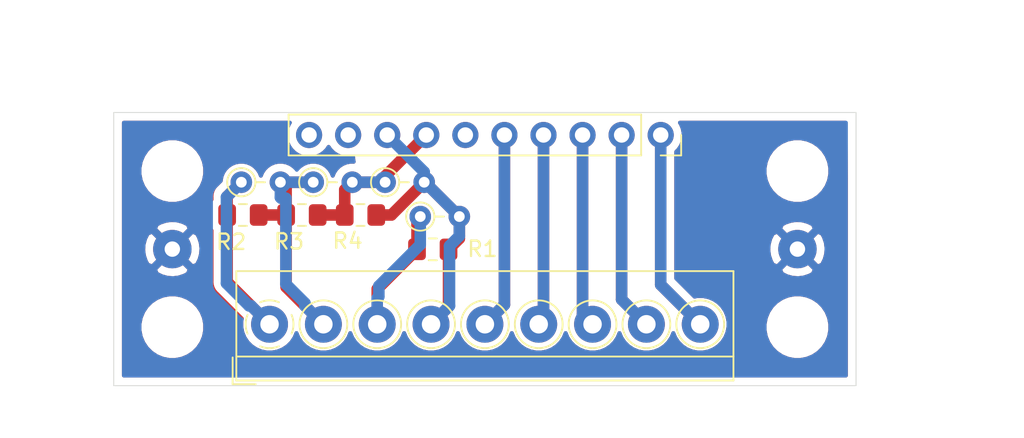
<source format=kicad_pcb>
(kicad_pcb (version 20171130) (host pcbnew 5.1.5-52549c5~86~ubuntu18.04.1)

  (general
    (thickness 1.6)
    (drawings 4)
    (tracks 78)
    (zones 0)
    (modules 16)
    (nets 15)
  )

  (page A4)
  (title_block
    (title "D05 ELECTRONIC")
    (company Galopago)
  )

  (layers
    (0 F.Cu signal)
    (31 B.Cu signal)
    (32 B.Adhes user)
    (33 F.Adhes user)
    (34 B.Paste user)
    (35 F.Paste user)
    (36 B.SilkS user)
    (37 F.SilkS user)
    (38 B.Mask user)
    (39 F.Mask user)
    (40 Dwgs.User user)
    (41 Cmts.User user)
    (42 Eco1.User user)
    (43 Eco2.User user)
    (44 Edge.Cuts user)
    (45 Margin user)
    (46 B.CrtYd user)
    (47 F.CrtYd user)
    (48 B.Fab user)
    (49 F.Fab user)
  )

  (setup
    (last_trace_width 0.75)
    (trace_clearance 0.2)
    (zone_clearance 0.508)
    (zone_45_only no)
    (trace_min 0.2)
    (via_size 0.8)
    (via_drill 0.4)
    (via_min_size 0.4)
    (via_min_drill 0.3)
    (uvia_size 0.3)
    (uvia_drill 0.1)
    (uvias_allowed no)
    (uvia_min_size 0.2)
    (uvia_min_drill 0.1)
    (edge_width 0.05)
    (segment_width 0.2)
    (pcb_text_width 0.3)
    (pcb_text_size 1.5 1.5)
    (mod_edge_width 0.12)
    (mod_text_size 1 1)
    (mod_text_width 0.15)
    (pad_size 2.4 2.4)
    (pad_drill 1.2)
    (pad_to_mask_clearance 0.051)
    (solder_mask_min_width 0.25)
    (aux_axis_origin 0 0)
    (visible_elements FFFFFF7F)
    (pcbplotparams
      (layerselection 0x010fc_ffffffff)
      (usegerberextensions false)
      (usegerberattributes false)
      (usegerberadvancedattributes false)
      (creategerberjobfile false)
      (excludeedgelayer true)
      (linewidth 0.100000)
      (plotframeref false)
      (viasonmask false)
      (mode 1)
      (useauxorigin false)
      (hpglpennumber 1)
      (hpglpenspeed 20)
      (hpglpendiameter 15.000000)
      (psnegative false)
      (psa4output false)
      (plotreference true)
      (plotvalue true)
      (plotinvisibletext false)
      (padsonsilk false)
      (subtractmaskfromsilk false)
      (outputformat 1)
      (mirror false)
      (drillshape 1)
      (scaleselection 1)
      (outputdirectory ""))
  )

  (net 0 "")
  (net 1 "Net-(J0-Pad1)")
  (net 2 "Net-(J4-Pad10)")
  (net 3 "Net-(J4-Pad9)")
  (net 4 "Net-(J4-Pad8)")
  (net 5 "Net-(J4-Pad7)")
  (net 6 "Net-(J4-Pad6)")
  (net 7 "Net-(J4-Pad5)")
  (net 8 "Net-(J4-Pad4)")
  (net 9 "Net-(J4-Pad3)")
  (net 10 "Net-(J4-Pad2)")
  (net 11 "Net-(J4-Pad1)")
  (net 12 "Net-(J5-Pad3)")
  (net 13 "Net-(J5-Pad2)")
  (net 14 "Net-(J5-Pad1)")

  (net_class Default "This is the default net class."
    (clearance 0.2)
    (trace_width 0.75)
    (via_dia 0.8)
    (via_drill 0.4)
    (uvia_dia 0.3)
    (uvia_drill 0.1)
    (add_net "Net-(J0-Pad1)")
    (add_net "Net-(J4-Pad1)")
    (add_net "Net-(J4-Pad10)")
    (add_net "Net-(J4-Pad2)")
    (add_net "Net-(J4-Pad3)")
    (add_net "Net-(J4-Pad4)")
    (add_net "Net-(J4-Pad5)")
    (add_net "Net-(J4-Pad6)")
    (add_net "Net-(J4-Pad7)")
    (add_net "Net-(J4-Pad8)")
    (add_net "Net-(J4-Pad9)")
    (add_net "Net-(J5-Pad1)")
    (add_net "Net-(J5-Pad2)")
    (add_net "Net-(J5-Pad3)")
  )

  (module Resistor_SMD:R_0805_2012Metric_Pad1.15x1.40mm_HandSolder (layer F.Cu) (tedit 5B36C52B) (tstamp 5F752A95)
    (at 36.0426 26.67)
    (descr "Resistor SMD 0805 (2012 Metric), square (rectangular) end terminal, IPC_7351 nominal with elongated pad for handsoldering. (Body size source: https://docs.google.com/spreadsheets/d/1BsfQQcO9C6DZCsRaXUlFlo91Tg2WpOkGARC1WS5S8t0/edit?usp=sharing), generated with kicad-footprint-generator")
    (tags "resistor handsolder")
    (path /5F8402C4)
    (attr smd)
    (fp_text reference R44 (at 0 -1.65) (layer F.SilkS) hide
      (effects (font (size 1 1) (thickness 0.15)))
    )
    (fp_text value R (at 0 1.65) (layer F.Fab)
      (effects (font (size 1 1) (thickness 0.15)))
    )
    (fp_text user %R (at 0 0) (layer F.Fab)
      (effects (font (size 0.5 0.5) (thickness 0.08)))
    )
    (fp_line (start 1.85 0.95) (end -1.85 0.95) (layer F.CrtYd) (width 0.05))
    (fp_line (start 1.85 -0.95) (end 1.85 0.95) (layer F.CrtYd) (width 0.05))
    (fp_line (start -1.85 -0.95) (end 1.85 -0.95) (layer F.CrtYd) (width 0.05))
    (fp_line (start -1.85 0.95) (end -1.85 -0.95) (layer F.CrtYd) (width 0.05))
    (fp_line (start -0.261252 0.71) (end 0.261252 0.71) (layer F.SilkS) (width 0.12))
    (fp_line (start -0.261252 -0.71) (end 0.261252 -0.71) (layer F.SilkS) (width 0.12))
    (fp_line (start 1 0.6) (end -1 0.6) (layer F.Fab) (width 0.1))
    (fp_line (start 1 -0.6) (end 1 0.6) (layer F.Fab) (width 0.1))
    (fp_line (start -1 -0.6) (end 1 -0.6) (layer F.Fab) (width 0.1))
    (fp_line (start -1 0.6) (end -1 -0.6) (layer F.Fab) (width 0.1))
    (pad 2 smd roundrect (at 1.025 0) (size 1.15 1.4) (layers F.Cu F.Paste F.Mask) (roundrect_rratio 0.217391)
      (net 4 "Net-(J4-Pad8)"))
    (pad 1 smd roundrect (at -1.025 0) (size 1.15 1.4) (layers F.Cu F.Paste F.Mask) (roundrect_rratio 0.217391)
      (net 5 "Net-(J4-Pad7)"))
    (model ${KISYS3DMOD}/Resistor_SMD.3dshapes/R_0805_2012Metric.wrl
      (at (xyz 0 0 0))
      (scale (xyz 1 1 1))
      (rotate (xyz 0 0 0))
    )
  )

  (module Resistor_SMD:R_0805_2012Metric_Pad1.15x1.40mm_HandSolder (layer F.Cu) (tedit 5B36C52B) (tstamp 5F75230F)
    (at 32.2326 26.67)
    (descr "Resistor SMD 0805 (2012 Metric), square (rectangular) end terminal, IPC_7351 nominal with elongated pad for handsoldering. (Body size source: https://docs.google.com/spreadsheets/d/1BsfQQcO9C6DZCsRaXUlFlo91Tg2WpOkGARC1WS5S8t0/edit?usp=sharing), generated with kicad-footprint-generator")
    (tags "resistor handsolder")
    (path /5F83B2E2)
    (attr smd)
    (fp_text reference R33 (at 0 -1.65) (layer F.SilkS) hide
      (effects (font (size 1 1) (thickness 0.15)))
    )
    (fp_text value R (at 0 1.65) (layer F.Fab)
      (effects (font (size 1 1) (thickness 0.15)))
    )
    (fp_text user %R (at 0 0) (layer F.Fab)
      (effects (font (size 0.5 0.5) (thickness 0.08)))
    )
    (fp_line (start 1.85 0.95) (end -1.85 0.95) (layer F.CrtYd) (width 0.05))
    (fp_line (start 1.85 -0.95) (end 1.85 0.95) (layer F.CrtYd) (width 0.05))
    (fp_line (start -1.85 -0.95) (end 1.85 -0.95) (layer F.CrtYd) (width 0.05))
    (fp_line (start -1.85 0.95) (end -1.85 -0.95) (layer F.CrtYd) (width 0.05))
    (fp_line (start -0.261252 0.71) (end 0.261252 0.71) (layer F.SilkS) (width 0.12))
    (fp_line (start -0.261252 -0.71) (end 0.261252 -0.71) (layer F.SilkS) (width 0.12))
    (fp_line (start 1 0.6) (end -1 0.6) (layer F.Fab) (width 0.1))
    (fp_line (start 1 -0.6) (end 1 0.6) (layer F.Fab) (width 0.1))
    (fp_line (start -1 -0.6) (end 1 -0.6) (layer F.Fab) (width 0.1))
    (fp_line (start -1 0.6) (end -1 -0.6) (layer F.Fab) (width 0.1))
    (pad 2 smd roundrect (at 1.025 0) (size 1.15 1.4) (layers F.Cu F.Paste F.Mask) (roundrect_rratio 0.217391)
      (net 5 "Net-(J4-Pad7)"))
    (pad 1 smd roundrect (at -1.025 0) (size 1.15 1.4) (layers F.Cu F.Paste F.Mask) (roundrect_rratio 0.217391)
      (net 13 "Net-(J5-Pad2)"))
    (model ${KISYS3DMOD}/Resistor_SMD.3dshapes/R_0805_2012Metric.wrl
      (at (xyz 0 0 0))
      (scale (xyz 1 1 1))
      (rotate (xyz 0 0 0))
    )
  )

  (module Resistor_SMD:R_0805_2012Metric_Pad1.15x1.40mm_HandSolder (layer F.Cu) (tedit 5B36C52B) (tstamp 5F751B21)
    (at 28.3972 26.67)
    (descr "Resistor SMD 0805 (2012 Metric), square (rectangular) end terminal, IPC_7351 nominal with elongated pad for handsoldering. (Body size source: https://docs.google.com/spreadsheets/d/1BsfQQcO9C6DZCsRaXUlFlo91Tg2WpOkGARC1WS5S8t0/edit?usp=sharing), generated with kicad-footprint-generator")
    (tags "resistor handsolder")
    (path /5F83589E)
    (attr smd)
    (fp_text reference R22 (at -10.1346 1.1938) (layer F.SilkS) hide
      (effects (font (size 1 1) (thickness 0.15)))
    )
    (fp_text value R (at 0 1.65) (layer F.Fab)
      (effects (font (size 1 1) (thickness 0.15)))
    )
    (fp_text user %R (at 0 0) (layer F.Fab)
      (effects (font (size 0.5 0.5) (thickness 0.08)))
    )
    (fp_line (start 1.85 0.95) (end -1.85 0.95) (layer F.CrtYd) (width 0.05))
    (fp_line (start 1.85 -0.95) (end 1.85 0.95) (layer F.CrtYd) (width 0.05))
    (fp_line (start -1.85 -0.95) (end 1.85 -0.95) (layer F.CrtYd) (width 0.05))
    (fp_line (start -1.85 0.95) (end -1.85 -0.95) (layer F.CrtYd) (width 0.05))
    (fp_line (start -0.261252 0.71) (end 0.261252 0.71) (layer F.SilkS) (width 0.12))
    (fp_line (start -0.261252 -0.71) (end 0.261252 -0.71) (layer F.SilkS) (width 0.12))
    (fp_line (start 1 0.6) (end -1 0.6) (layer F.Fab) (width 0.1))
    (fp_line (start 1 -0.6) (end 1 0.6) (layer F.Fab) (width 0.1))
    (fp_line (start -1 -0.6) (end 1 -0.6) (layer F.Fab) (width 0.1))
    (fp_line (start -1 0.6) (end -1 -0.6) (layer F.Fab) (width 0.1))
    (pad 2 smd roundrect (at 1.025 0) (size 1.15 1.4) (layers F.Cu F.Paste F.Mask) (roundrect_rratio 0.217391)
      (net 13 "Net-(J5-Pad2)"))
    (pad 1 smd roundrect (at -1.025 0) (size 1.15 1.4) (layers F.Cu F.Paste F.Mask) (roundrect_rratio 0.217391)
      (net 14 "Net-(J5-Pad1)"))
    (model ${KISYS3DMOD}/Resistor_SMD.3dshapes/R_0805_2012Metric.wrl
      (at (xyz 0 0 0))
      (scale (xyz 1 1 1))
      (rotate (xyz 0 0 0))
    )
  )

  (module Resistor_SMD:R_0805_2012Metric_Pad1.15x1.40mm_HandSolder (layer F.Cu) (tedit 5B36C52B) (tstamp 5F752F35)
    (at 40.7416 28.9052)
    (descr "Resistor SMD 0805 (2012 Metric), square (rectangular) end terminal, IPC_7351 nominal with elongated pad for handsoldering. (Body size source: https://docs.google.com/spreadsheets/d/1BsfQQcO9C6DZCsRaXUlFlo91Tg2WpOkGARC1WS5S8t0/edit?usp=sharing), generated with kicad-footprint-generator")
    (tags "resistor handsolder")
    (path /5F82DBE3)
    (attr smd)
    (fp_text reference R11 (at 0 -1.65) (layer F.SilkS) hide
      (effects (font (size 1 1) (thickness 0.15)))
    )
    (fp_text value R (at 0 1.65) (layer F.Fab)
      (effects (font (size 1 1) (thickness 0.15)))
    )
    (fp_text user %R (at 0 0) (layer F.Fab)
      (effects (font (size 0.5 0.5) (thickness 0.08)))
    )
    (fp_line (start 1.85 0.95) (end -1.85 0.95) (layer F.CrtYd) (width 0.05))
    (fp_line (start 1.85 -0.95) (end 1.85 0.95) (layer F.CrtYd) (width 0.05))
    (fp_line (start -1.85 -0.95) (end 1.85 -0.95) (layer F.CrtYd) (width 0.05))
    (fp_line (start -1.85 0.95) (end -1.85 -0.95) (layer F.CrtYd) (width 0.05))
    (fp_line (start -0.261252 0.71) (end 0.261252 0.71) (layer F.SilkS) (width 0.12))
    (fp_line (start -0.261252 -0.71) (end 0.261252 -0.71) (layer F.SilkS) (width 0.12))
    (fp_line (start 1 0.6) (end -1 0.6) (layer F.Fab) (width 0.1))
    (fp_line (start 1 -0.6) (end 1 0.6) (layer F.Fab) (width 0.1))
    (fp_line (start -1 -0.6) (end 1 -0.6) (layer F.Fab) (width 0.1))
    (fp_line (start -1 0.6) (end -1 -0.6) (layer F.Fab) (width 0.1))
    (pad 2 smd roundrect (at 1.025 0) (size 1.15 1.4) (layers F.Cu F.Paste F.Mask) (roundrect_rratio 0.217391)
      (net 4 "Net-(J4-Pad8)"))
    (pad 1 smd roundrect (at -1.025 0) (size 1.15 1.4) (layers F.Cu F.Paste F.Mask) (roundrect_rratio 0.217391)
      (net 12 "Net-(J5-Pad3)"))
    (model ${KISYS3DMOD}/Resistor_SMD.3dshapes/R_0805_2012Metric.wrl
      (at (xyz 0 0 0))
      (scale (xyz 1 1 1))
      (rotate (xyz 0 0 0))
    )
  )

  (module Resistor_THT:R_Axial_DIN0204_L3.6mm_D1.6mm_P2.54mm_Vertical (layer F.Cu) (tedit 5AE5139B) (tstamp 5F750236)
    (at 37.6428 24.5364)
    (descr "Resistor, Axial_DIN0204 series, Axial, Vertical, pin pitch=2.54mm, 0.167W, length*diameter=3.6*1.6mm^2, http://cdn-reichelt.de/documents/datenblatt/B400/1_4W%23YAG.pdf")
    (tags "Resistor Axial_DIN0204 series Axial Vertical pin pitch 2.54mm 0.167W length 3.6mm diameter 1.6mm")
    (path /5F7BADFB)
    (fp_text reference R4 (at -2.4384 3.81) (layer F.SilkS)
      (effects (font (size 1 1) (thickness 0.15)))
    )
    (fp_text value R (at 1.27 1.92) (layer F.Fab)
      (effects (font (size 1 1) (thickness 0.15)))
    )
    (fp_text user %R (at 1.27 -1.92) (layer F.Fab)
      (effects (font (size 1 1) (thickness 0.15)))
    )
    (fp_line (start 3.49 -1.05) (end -1.05 -1.05) (layer F.CrtYd) (width 0.05))
    (fp_line (start 3.49 1.05) (end 3.49 -1.05) (layer F.CrtYd) (width 0.05))
    (fp_line (start -1.05 1.05) (end 3.49 1.05) (layer F.CrtYd) (width 0.05))
    (fp_line (start -1.05 -1.05) (end -1.05 1.05) (layer F.CrtYd) (width 0.05))
    (fp_line (start 0.92 0) (end 1.54 0) (layer F.SilkS) (width 0.12))
    (fp_line (start 0 0) (end 2.54 0) (layer F.Fab) (width 0.1))
    (fp_circle (center 0 0) (end 0.92 0) (layer F.SilkS) (width 0.12))
    (fp_circle (center 0 0) (end 0.8 0) (layer F.Fab) (width 0.1))
    (pad 2 thru_hole oval (at 2.54 0) (size 1.4 1.4) (drill 0.7) (layers *.Cu *.Mask)
      (net 4 "Net-(J4-Pad8)"))
    (pad 1 thru_hole circle (at 0 0) (size 1.4 1.4) (drill 0.7) (layers *.Cu *.Mask)
      (net 5 "Net-(J4-Pad7)"))
    (model ${KISYS3DMOD}/Resistor_THT.3dshapes/R_Axial_DIN0204_L3.6mm_D1.6mm_P2.54mm_Vertical.wrl
      (at (xyz 0 0 0))
      (scale (xyz 1 1 1))
      (rotate (xyz 0 0 0))
    )
  )

  (module Resistor_THT:R_Axial_DIN0204_L3.6mm_D1.6mm_P2.54mm_Vertical (layer F.Cu) (tedit 5AE5139B) (tstamp 5F752C51)
    (at 32.9692 24.5364)
    (descr "Resistor, Axial_DIN0204 series, Axial, Vertical, pin pitch=2.54mm, 0.167W, length*diameter=3.6*1.6mm^2, http://cdn-reichelt.de/documents/datenblatt/B400/1_4W%23YAG.pdf")
    (tags "Resistor Axial_DIN0204 series Axial Vertical pin pitch 2.54mm 0.167W length 3.6mm diameter 1.6mm")
    (path /5F7BB50D)
    (fp_text reference R3 (at -1.5748 3.8608) (layer F.SilkS)
      (effects (font (size 1 1) (thickness 0.15)))
    )
    (fp_text value R (at 1.27 1.92) (layer F.Fab)
      (effects (font (size 1 1) (thickness 0.15)))
    )
    (fp_text user %R (at 1.27 -1.92) (layer F.Fab)
      (effects (font (size 1 1) (thickness 0.15)))
    )
    (fp_line (start 3.49 -1.05) (end -1.05 -1.05) (layer F.CrtYd) (width 0.05))
    (fp_line (start 3.49 1.05) (end 3.49 -1.05) (layer F.CrtYd) (width 0.05))
    (fp_line (start -1.05 1.05) (end 3.49 1.05) (layer F.CrtYd) (width 0.05))
    (fp_line (start -1.05 -1.05) (end -1.05 1.05) (layer F.CrtYd) (width 0.05))
    (fp_line (start 0.92 0) (end 1.54 0) (layer F.SilkS) (width 0.12))
    (fp_line (start 0 0) (end 2.54 0) (layer F.Fab) (width 0.1))
    (fp_circle (center 0 0) (end 0.92 0) (layer F.SilkS) (width 0.12))
    (fp_circle (center 0 0) (end 0.8 0) (layer F.Fab) (width 0.1))
    (pad 2 thru_hole oval (at 2.54 0) (size 1.4 1.4) (drill 0.7) (layers *.Cu *.Mask)
      (net 5 "Net-(J4-Pad7)"))
    (pad 1 thru_hole circle (at 0 0) (size 1.4 1.4) (drill 0.7) (layers *.Cu *.Mask)
      (net 13 "Net-(J5-Pad2)"))
    (model ${KISYS3DMOD}/Resistor_THT.3dshapes/R_Axial_DIN0204_L3.6mm_D1.6mm_P2.54mm_Vertical.wrl
      (at (xyz 0 0 0))
      (scale (xyz 1 1 1))
      (rotate (xyz 0 0 0))
    )
  )

  (module Resistor_THT:R_Axial_DIN0204_L3.6mm_D1.6mm_P2.54mm_Vertical (layer F.Cu) (tedit 5AE5139B) (tstamp 5F74FB43)
    (at 28.2956 24.5364)
    (descr "Resistor, Axial_DIN0204 series, Axial, Vertical, pin pitch=2.54mm, 0.167W, length*diameter=3.6*1.6mm^2, http://cdn-reichelt.de/documents/datenblatt/B400/1_4W%23YAG.pdf")
    (tags "Resistor Axial_DIN0204 series Axial Vertical pin pitch 2.54mm 0.167W length 3.6mm diameter 1.6mm")
    (path /5F7BC158)
    (fp_text reference R2 (at -0.6604 3.8862) (layer F.SilkS)
      (effects (font (size 1 1) (thickness 0.15)))
    )
    (fp_text value R (at 1.27 1.92) (layer F.Fab)
      (effects (font (size 1 1) (thickness 0.15)))
    )
    (fp_text user %R (at 1.27 -1.92) (layer F.Fab)
      (effects (font (size 1 1) (thickness 0.15)))
    )
    (fp_line (start 3.49 -1.05) (end -1.05 -1.05) (layer F.CrtYd) (width 0.05))
    (fp_line (start 3.49 1.05) (end 3.49 -1.05) (layer F.CrtYd) (width 0.05))
    (fp_line (start -1.05 1.05) (end 3.49 1.05) (layer F.CrtYd) (width 0.05))
    (fp_line (start -1.05 -1.05) (end -1.05 1.05) (layer F.CrtYd) (width 0.05))
    (fp_line (start 0.92 0) (end 1.54 0) (layer F.SilkS) (width 0.12))
    (fp_line (start 0 0) (end 2.54 0) (layer F.Fab) (width 0.1))
    (fp_circle (center 0 0) (end 0.92 0) (layer F.SilkS) (width 0.12))
    (fp_circle (center 0 0) (end 0.8 0) (layer F.Fab) (width 0.1))
    (pad 2 thru_hole oval (at 2.54 0) (size 1.4 1.4) (drill 0.7) (layers *.Cu *.Mask)
      (net 13 "Net-(J5-Pad2)"))
    (pad 1 thru_hole circle (at 0 0) (size 1.4 1.4) (drill 0.7) (layers *.Cu *.Mask)
      (net 14 "Net-(J5-Pad1)"))
    (model ${KISYS3DMOD}/Resistor_THT.3dshapes/R_Axial_DIN0204_L3.6mm_D1.6mm_P2.54mm_Vertical.wrl
      (at (xyz 0 0 0))
      (scale (xyz 1 1 1))
      (rotate (xyz 0 0 0))
    )
  )

  (module Resistor_THT:R_Axial_DIN0204_L3.6mm_D1.6mm_P2.54mm_Vertical (layer F.Cu) (tedit 5AE5139B) (tstamp 5F74F40A)
    (at 39.9288 26.7716)
    (descr "Resistor, Axial_DIN0204 series, Axial, Vertical, pin pitch=2.54mm, 0.167W, length*diameter=3.6*1.6mm^2, http://cdn-reichelt.de/documents/datenblatt/B400/1_4W%23YAG.pdf")
    (tags "Resistor Axial_DIN0204 series Axial Vertical pin pitch 2.54mm 0.167W length 3.6mm diameter 1.6mm")
    (path /5F7BBB29)
    (fp_text reference R1 (at 4.0386 2.1082) (layer F.SilkS)
      (effects (font (size 1 1) (thickness 0.15)))
    )
    (fp_text value R (at 1.27 1.92) (layer F.Fab)
      (effects (font (size 1 1) (thickness 0.15)))
    )
    (fp_text user %R (at 1.27 -1.92) (layer F.Fab)
      (effects (font (size 1 1) (thickness 0.15)))
    )
    (fp_line (start 3.49 -1.05) (end -1.05 -1.05) (layer F.CrtYd) (width 0.05))
    (fp_line (start 3.49 1.05) (end 3.49 -1.05) (layer F.CrtYd) (width 0.05))
    (fp_line (start -1.05 1.05) (end 3.49 1.05) (layer F.CrtYd) (width 0.05))
    (fp_line (start -1.05 -1.05) (end -1.05 1.05) (layer F.CrtYd) (width 0.05))
    (fp_line (start 0.92 0) (end 1.54 0) (layer F.SilkS) (width 0.12))
    (fp_line (start 0 0) (end 2.54 0) (layer F.Fab) (width 0.1))
    (fp_circle (center 0 0) (end 0.92 0) (layer F.SilkS) (width 0.12))
    (fp_circle (center 0 0) (end 0.8 0) (layer F.Fab) (width 0.1))
    (pad 2 thru_hole oval (at 2.54 0) (size 1.4 1.4) (drill 0.7) (layers *.Cu *.Mask)
      (net 4 "Net-(J4-Pad8)"))
    (pad 1 thru_hole circle (at 0 0) (size 1.4 1.4) (drill 0.7) (layers *.Cu *.Mask)
      (net 12 "Net-(J5-Pad3)"))
    (model ${KISYS3DMOD}/Resistor_THT.3dshapes/R_Axial_DIN0204_L3.6mm_D1.6mm_P2.54mm_Vertical.wrl
      (at (xyz 0 0 0))
      (scale (xyz 1 1 1))
      (rotate (xyz 0 0 0))
    )
  )

  (module TerminalBlock_4Ucon:TerminalBlock_4Ucon_1x09_P3.50mm_Horizontal (layer F.Cu) (tedit 5F74E656) (tstamp 5F74E30A)
    (at 30.13 33.782)
    (descr "Terminal Block 4Ucon ItemNo. 10686, 9 pins, pitch 3.5mm, size 32.2x7mm^2, drill diamater 1.2mm, pad diameter 2.4mm, see http://www.4uconnector.com/online/object/4udrawing/10686.pdf, script-generated using https://github.com/pointhi/kicad-footprint-generator/scripts/TerminalBlock_4Ucon")
    (tags "THT Terminal Block 4Ucon ItemNo. 10686 pitch 3.5mm size 32.2x7mm^2 drill 1.2mm pad 2.4mm")
    (path /5F7E4CBB)
    (fp_text reference J5 (at 14 -4.46) (layer F.SilkS) hide
      (effects (font (size 1 1) (thickness 0.15)))
    )
    (fp_text value Conn_01x09_Female (at 14 4.66) (layer F.Fab)
      (effects (font (size 1 1) (thickness 0.15)))
    )
    (fp_text user %R (at 14 2.9) (layer F.Fab)
      (effects (font (size 1 1) (thickness 0.15)))
    )
    (fp_line (start 30.6 -3.9) (end -2.6 -3.9) (layer F.CrtYd) (width 0.05))
    (fp_line (start 30.6 4.1) (end 30.6 -3.9) (layer F.CrtYd) (width 0.05))
    (fp_line (start -2.6 4.1) (end 30.6 4.1) (layer F.CrtYd) (width 0.05))
    (fp_line (start -2.6 -3.9) (end -2.6 4.1) (layer F.CrtYd) (width 0.05))
    (fp_line (start -2.4 3.9) (end -0.9 3.9) (layer F.SilkS) (width 0.12))
    (fp_line (start -2.4 2.16) (end -2.4 3.9) (layer F.SilkS) (width 0.12))
    (fp_line (start 26.9 0.069) (end 26.9 -0.069) (layer F.Fab) (width 0.1))
    (fp_line (start 27.931 0.069) (end 26.9 0.069) (layer F.Fab) (width 0.1))
    (fp_line (start 27.931 1.1) (end 27.931 0.069) (layer F.Fab) (width 0.1))
    (fp_line (start 28.069 1.1) (end 27.931 1.1) (layer F.Fab) (width 0.1))
    (fp_line (start 28.069 0.069) (end 28.069 1.1) (layer F.Fab) (width 0.1))
    (fp_line (start 29.1 0.069) (end 28.069 0.069) (layer F.Fab) (width 0.1))
    (fp_line (start 29.1 -0.069) (end 29.1 0.069) (layer F.Fab) (width 0.1))
    (fp_line (start 28.069 -0.069) (end 29.1 -0.069) (layer F.Fab) (width 0.1))
    (fp_line (start 28.069 -1.1) (end 28.069 -0.069) (layer F.Fab) (width 0.1))
    (fp_line (start 27.931 -1.1) (end 28.069 -1.1) (layer F.Fab) (width 0.1))
    (fp_line (start 27.931 -0.069) (end 27.931 -1.1) (layer F.Fab) (width 0.1))
    (fp_line (start 26.9 -0.069) (end 27.931 -0.069) (layer F.Fab) (width 0.1))
    (fp_line (start 23.4 0.069) (end 23.4 -0.069) (layer F.Fab) (width 0.1))
    (fp_line (start 24.431 0.069) (end 23.4 0.069) (layer F.Fab) (width 0.1))
    (fp_line (start 24.431 1.1) (end 24.431 0.069) (layer F.Fab) (width 0.1))
    (fp_line (start 24.569 1.1) (end 24.431 1.1) (layer F.Fab) (width 0.1))
    (fp_line (start 24.569 0.069) (end 24.569 1.1) (layer F.Fab) (width 0.1))
    (fp_line (start 25.6 0.069) (end 24.569 0.069) (layer F.Fab) (width 0.1))
    (fp_line (start 25.6 -0.069) (end 25.6 0.069) (layer F.Fab) (width 0.1))
    (fp_line (start 24.569 -0.069) (end 25.6 -0.069) (layer F.Fab) (width 0.1))
    (fp_line (start 24.569 -1.1) (end 24.569 -0.069) (layer F.Fab) (width 0.1))
    (fp_line (start 24.431 -1.1) (end 24.569 -1.1) (layer F.Fab) (width 0.1))
    (fp_line (start 24.431 -0.069) (end 24.431 -1.1) (layer F.Fab) (width 0.1))
    (fp_line (start 23.4 -0.069) (end 24.431 -0.069) (layer F.Fab) (width 0.1))
    (fp_line (start 19.9 0.069) (end 19.9 -0.069) (layer F.Fab) (width 0.1))
    (fp_line (start 20.931 0.069) (end 19.9 0.069) (layer F.Fab) (width 0.1))
    (fp_line (start 20.931 1.1) (end 20.931 0.069) (layer F.Fab) (width 0.1))
    (fp_line (start 21.069 1.1) (end 20.931 1.1) (layer F.Fab) (width 0.1))
    (fp_line (start 21.069 0.069) (end 21.069 1.1) (layer F.Fab) (width 0.1))
    (fp_line (start 22.1 0.069) (end 21.069 0.069) (layer F.Fab) (width 0.1))
    (fp_line (start 22.1 -0.069) (end 22.1 0.069) (layer F.Fab) (width 0.1))
    (fp_line (start 21.069 -0.069) (end 22.1 -0.069) (layer F.Fab) (width 0.1))
    (fp_line (start 21.069 -1.1) (end 21.069 -0.069) (layer F.Fab) (width 0.1))
    (fp_line (start 20.931 -1.1) (end 21.069 -1.1) (layer F.Fab) (width 0.1))
    (fp_line (start 20.931 -0.069) (end 20.931 -1.1) (layer F.Fab) (width 0.1))
    (fp_line (start 19.9 -0.069) (end 20.931 -0.069) (layer F.Fab) (width 0.1))
    (fp_line (start 16.4 0.069) (end 16.4 -0.069) (layer F.Fab) (width 0.1))
    (fp_line (start 17.431 0.069) (end 16.4 0.069) (layer F.Fab) (width 0.1))
    (fp_line (start 17.431 1.1) (end 17.431 0.069) (layer F.Fab) (width 0.1))
    (fp_line (start 17.569 1.1) (end 17.431 1.1) (layer F.Fab) (width 0.1))
    (fp_line (start 17.569 0.069) (end 17.569 1.1) (layer F.Fab) (width 0.1))
    (fp_line (start 18.6 0.069) (end 17.569 0.069) (layer F.Fab) (width 0.1))
    (fp_line (start 18.6 -0.069) (end 18.6 0.069) (layer F.Fab) (width 0.1))
    (fp_line (start 17.569 -0.069) (end 18.6 -0.069) (layer F.Fab) (width 0.1))
    (fp_line (start 17.569 -1.1) (end 17.569 -0.069) (layer F.Fab) (width 0.1))
    (fp_line (start 17.431 -1.1) (end 17.569 -1.1) (layer F.Fab) (width 0.1))
    (fp_line (start 17.431 -0.069) (end 17.431 -1.1) (layer F.Fab) (width 0.1))
    (fp_line (start 16.4 -0.069) (end 17.431 -0.069) (layer F.Fab) (width 0.1))
    (fp_line (start 12.9 0.069) (end 12.9 -0.069) (layer F.Fab) (width 0.1))
    (fp_line (start 13.931 0.069) (end 12.9 0.069) (layer F.Fab) (width 0.1))
    (fp_line (start 13.931 1.1) (end 13.931 0.069) (layer F.Fab) (width 0.1))
    (fp_line (start 14.069 1.1) (end 13.931 1.1) (layer F.Fab) (width 0.1))
    (fp_line (start 14.069 0.069) (end 14.069 1.1) (layer F.Fab) (width 0.1))
    (fp_line (start 15.1 0.069) (end 14.069 0.069) (layer F.Fab) (width 0.1))
    (fp_line (start 15.1 -0.069) (end 15.1 0.069) (layer F.Fab) (width 0.1))
    (fp_line (start 14.069 -0.069) (end 15.1 -0.069) (layer F.Fab) (width 0.1))
    (fp_line (start 14.069 -1.1) (end 14.069 -0.069) (layer F.Fab) (width 0.1))
    (fp_line (start 13.931 -1.1) (end 14.069 -1.1) (layer F.Fab) (width 0.1))
    (fp_line (start 13.931 -0.069) (end 13.931 -1.1) (layer F.Fab) (width 0.1))
    (fp_line (start 12.9 -0.069) (end 13.931 -0.069) (layer F.Fab) (width 0.1))
    (fp_line (start 9.4 0.069) (end 9.4 -0.069) (layer F.Fab) (width 0.1))
    (fp_line (start 10.431 0.069) (end 9.4 0.069) (layer F.Fab) (width 0.1))
    (fp_line (start 10.431 1.1) (end 10.431 0.069) (layer F.Fab) (width 0.1))
    (fp_line (start 10.569 1.1) (end 10.431 1.1) (layer F.Fab) (width 0.1))
    (fp_line (start 10.569 0.069) (end 10.569 1.1) (layer F.Fab) (width 0.1))
    (fp_line (start 11.6 0.069) (end 10.569 0.069) (layer F.Fab) (width 0.1))
    (fp_line (start 11.6 -0.069) (end 11.6 0.069) (layer F.Fab) (width 0.1))
    (fp_line (start 10.569 -0.069) (end 11.6 -0.069) (layer F.Fab) (width 0.1))
    (fp_line (start 10.569 -1.1) (end 10.569 -0.069) (layer F.Fab) (width 0.1))
    (fp_line (start 10.431 -1.1) (end 10.569 -1.1) (layer F.Fab) (width 0.1))
    (fp_line (start 10.431 -0.069) (end 10.431 -1.1) (layer F.Fab) (width 0.1))
    (fp_line (start 9.4 -0.069) (end 10.431 -0.069) (layer F.Fab) (width 0.1))
    (fp_line (start 5.9 0.069) (end 5.9 -0.069) (layer F.Fab) (width 0.1))
    (fp_line (start 6.931 0.069) (end 5.9 0.069) (layer F.Fab) (width 0.1))
    (fp_line (start 6.931 1.1) (end 6.931 0.069) (layer F.Fab) (width 0.1))
    (fp_line (start 7.069 1.1) (end 6.931 1.1) (layer F.Fab) (width 0.1))
    (fp_line (start 7.069 0.069) (end 7.069 1.1) (layer F.Fab) (width 0.1))
    (fp_line (start 8.1 0.069) (end 7.069 0.069) (layer F.Fab) (width 0.1))
    (fp_line (start 8.1 -0.069) (end 8.1 0.069) (layer F.Fab) (width 0.1))
    (fp_line (start 7.069 -0.069) (end 8.1 -0.069) (layer F.Fab) (width 0.1))
    (fp_line (start 7.069 -1.1) (end 7.069 -0.069) (layer F.Fab) (width 0.1))
    (fp_line (start 6.931 -1.1) (end 7.069 -1.1) (layer F.Fab) (width 0.1))
    (fp_line (start 6.931 -0.069) (end 6.931 -1.1) (layer F.Fab) (width 0.1))
    (fp_line (start 5.9 -0.069) (end 6.931 -0.069) (layer F.Fab) (width 0.1))
    (fp_line (start 2.4 0.069) (end 2.4 -0.069) (layer F.Fab) (width 0.1))
    (fp_line (start 3.431 0.069) (end 2.4 0.069) (layer F.Fab) (width 0.1))
    (fp_line (start 3.431 1.1) (end 3.431 0.069) (layer F.Fab) (width 0.1))
    (fp_line (start 3.569 1.1) (end 3.431 1.1) (layer F.Fab) (width 0.1))
    (fp_line (start 3.569 0.069) (end 3.569 1.1) (layer F.Fab) (width 0.1))
    (fp_line (start 4.6 0.069) (end 3.569 0.069) (layer F.Fab) (width 0.1))
    (fp_line (start 4.6 -0.069) (end 4.6 0.069) (layer F.Fab) (width 0.1))
    (fp_line (start 3.569 -0.069) (end 4.6 -0.069) (layer F.Fab) (width 0.1))
    (fp_line (start 3.569 -1.1) (end 3.569 -0.069) (layer F.Fab) (width 0.1))
    (fp_line (start 3.431 -1.1) (end 3.569 -1.1) (layer F.Fab) (width 0.1))
    (fp_line (start 3.431 -0.069) (end 3.431 -1.1) (layer F.Fab) (width 0.1))
    (fp_line (start 2.4 -0.069) (end 3.431 -0.069) (layer F.Fab) (width 0.1))
    (fp_line (start -1.1 0.069) (end -1.1 -0.069) (layer F.Fab) (width 0.1))
    (fp_line (start -0.069 0.069) (end -1.1 0.069) (layer F.Fab) (width 0.1))
    (fp_line (start -0.069 1.1) (end -0.069 0.069) (layer F.Fab) (width 0.1))
    (fp_line (start 0.069 1.1) (end -0.069 1.1) (layer F.Fab) (width 0.1))
    (fp_line (start 0.069 0.069) (end 0.069 1.1) (layer F.Fab) (width 0.1))
    (fp_line (start 1.1 0.069) (end 0.069 0.069) (layer F.Fab) (width 0.1))
    (fp_line (start 1.1 -0.069) (end 1.1 0.069) (layer F.Fab) (width 0.1))
    (fp_line (start 0.069 -0.069) (end 1.1 -0.069) (layer F.Fab) (width 0.1))
    (fp_line (start 0.069 -1.1) (end 0.069 -0.069) (layer F.Fab) (width 0.1))
    (fp_line (start -0.069 -1.1) (end 0.069 -1.1) (layer F.Fab) (width 0.1))
    (fp_line (start -0.069 -0.069) (end -0.069 -1.1) (layer F.Fab) (width 0.1))
    (fp_line (start -1.1 -0.069) (end -0.069 -0.069) (layer F.Fab) (width 0.1))
    (fp_line (start 30.16 -3.46) (end 30.16 3.66) (layer F.SilkS) (width 0.12))
    (fp_line (start -2.16 -3.46) (end -2.16 3.66) (layer F.SilkS) (width 0.12))
    (fp_line (start -2.16 3.66) (end 30.16 3.66) (layer F.SilkS) (width 0.12))
    (fp_line (start -2.16 -3.46) (end 30.16 -3.46) (layer F.SilkS) (width 0.12))
    (fp_line (start -2.16 2.1) (end 30.16 2.1) (layer F.SilkS) (width 0.12))
    (fp_line (start -2.1 2.1) (end 30.1 2.1) (layer F.Fab) (width 0.1))
    (fp_line (start -2.1 2.1) (end -2.1 -3.4) (layer F.Fab) (width 0.1))
    (fp_line (start -0.6 3.6) (end -2.1 2.1) (layer F.Fab) (width 0.1))
    (fp_line (start 30.1 3.6) (end -0.6 3.6) (layer F.Fab) (width 0.1))
    (fp_line (start 30.1 -3.4) (end 30.1 3.6) (layer F.Fab) (width 0.1))
    (fp_line (start -2.1 -3.4) (end 30.1 -3.4) (layer F.Fab) (width 0.1))
    (fp_circle (center 28 0) (end 29.555 0) (layer F.SilkS) (width 0.12))
    (fp_circle (center 28 0) (end 29.375 0) (layer F.Fab) (width 0.1))
    (fp_circle (center 24.5 0) (end 26.055 0) (layer F.SilkS) (width 0.12))
    (fp_circle (center 24.5 0) (end 25.875 0) (layer F.Fab) (width 0.1))
    (fp_circle (center 21 0) (end 22.555 0) (layer F.SilkS) (width 0.12))
    (fp_circle (center 21 0) (end 22.375 0) (layer F.Fab) (width 0.1))
    (fp_circle (center 17.5 0) (end 19.055 0) (layer F.SilkS) (width 0.12))
    (fp_circle (center 17.5 0) (end 18.875 0) (layer F.Fab) (width 0.1))
    (fp_circle (center 14 0) (end 15.555 0) (layer F.SilkS) (width 0.12))
    (fp_circle (center 14 0) (end 15.375 0) (layer F.Fab) (width 0.1))
    (fp_circle (center 10.5 0) (end 12.055 0) (layer F.SilkS) (width 0.12))
    (fp_circle (center 10.5 0) (end 11.875 0) (layer F.Fab) (width 0.1))
    (fp_circle (center 7 0) (end 8.555 0) (layer F.SilkS) (width 0.12))
    (fp_circle (center 7 0) (end 8.375 0) (layer F.Fab) (width 0.1))
    (fp_circle (center 3.5 0) (end 5.055 0) (layer F.SilkS) (width 0.12))
    (fp_circle (center 3.5 0) (end 4.875 0) (layer F.Fab) (width 0.1))
    (fp_circle (center 0 0) (end 1.375 0) (layer F.Fab) (width 0.1))
    (fp_arc (start 0 0) (end -0.608 1.432) (angle -24) (layer F.SilkS) (width 0.12))
    (fp_arc (start 0 0) (end -1.432 -0.608) (angle -46) (layer F.SilkS) (width 0.12))
    (fp_arc (start 0 0) (end 0.608 -1.432) (angle -46) (layer F.SilkS) (width 0.12))
    (fp_arc (start 0 0) (end 1.432 0.608) (angle -46) (layer F.SilkS) (width 0.12))
    (fp_arc (start 0 0) (end 0 1.555) (angle -23) (layer F.SilkS) (width 0.12))
    (pad 9 thru_hole circle (at 28 0) (size 2.4 2.4) (drill 1.2) (layers *.Cu *.Mask)
      (net 11 "Net-(J4-Pad1)"))
    (pad 8 thru_hole circle (at 24.5 0) (size 2.4 2.4) (drill 1.2) (layers *.Cu *.Mask)
      (net 10 "Net-(J4-Pad2)"))
    (pad 7 thru_hole circle (at 21 0) (size 2.4 2.4) (drill 1.2) (layers *.Cu *.Mask)
      (net 9 "Net-(J4-Pad3)"))
    (pad 6 thru_hole circle (at 17.5 0) (size 2.4 2.4) (drill 1.2) (layers *.Cu *.Mask)
      (net 8 "Net-(J4-Pad4)"))
    (pad 5 thru_hole circle (at 14 0) (size 2.4 2.4) (drill 1.2) (layers *.Cu *.Mask)
      (net 7 "Net-(J4-Pad5)"))
    (pad 4 thru_hole circle (at 10.5 0) (size 2.4 2.4) (drill 1.2) (layers *.Cu *.Mask)
      (net 4 "Net-(J4-Pad8)"))
    (pad 3 thru_hole circle (at 7 0) (size 2.4 2.4) (drill 1.2) (layers *.Cu *.Mask)
      (net 12 "Net-(J5-Pad3)"))
    (pad 2 thru_hole circle (at 3.5 0) (size 2.4 2.4) (drill 1.2) (layers *.Cu *.Mask)
      (net 13 "Net-(J5-Pad2)"))
    (pad 1 thru_hole circle (at 0 0) (size 2.4 2.4) (drill 1.2) (layers *.Cu *.Mask)
      (net 14 "Net-(J5-Pad1)"))
    (model ${KISYS3DMOD}/TerminalBlock_4Ucon.3dshapes/TerminalBlock_4Ucon_1x09_P3.50mm_Horizontal.wrl
      (at (xyz 0 0 0))
      (scale (xyz 1 1 1))
      (rotate (xyz 0 0 0))
    )
  )

  (module Connector_PinSocket_2.54mm:PinSocket_1x10_P2.54mm_Vertical (layer F.Cu) (tedit 5F74E650) (tstamp 5F74899C)
    (at 55.56 21.463 270)
    (descr "Through hole straight socket strip, 1x10, 2.54mm pitch, single row (from Kicad 4.0.7), script generated")
    (tags "Through hole socket strip THT 1x10 2.54mm single row")
    (path /5F744F34)
    (fp_text reference J4 (at 0 -2.77 90) (layer F.SilkS) hide
      (effects (font (size 1 1) (thickness 0.15)))
    )
    (fp_text value Conn_01x10_Female (at -1.0668 40.4724 90) (layer F.Fab)
      (effects (font (size 1 1) (thickness 0.15)))
    )
    (fp_text user %R (at 0 11.43) (layer F.Fab)
      (effects (font (size 1 1) (thickness 0.15)))
    )
    (fp_line (start -1.8 24.6) (end -1.8 -1.8) (layer F.CrtYd) (width 0.05))
    (fp_line (start 1.75 24.6) (end -1.8 24.6) (layer F.CrtYd) (width 0.05))
    (fp_line (start 1.75 -1.8) (end 1.75 24.6) (layer F.CrtYd) (width 0.05))
    (fp_line (start -1.8 -1.8) (end 1.75 -1.8) (layer F.CrtYd) (width 0.05))
    (fp_line (start 0 -1.33) (end 1.33 -1.33) (layer F.SilkS) (width 0.12))
    (fp_line (start 1.33 -1.33) (end 1.33 0) (layer F.SilkS) (width 0.12))
    (fp_line (start 1.33 1.27) (end 1.33 24.19) (layer F.SilkS) (width 0.12))
    (fp_line (start -1.33 24.19) (end 1.33 24.19) (layer F.SilkS) (width 0.12))
    (fp_line (start -1.33 1.27) (end -1.33 24.19) (layer F.SilkS) (width 0.12))
    (fp_line (start -1.33 1.27) (end 1.33 1.27) (layer F.SilkS) (width 0.12))
    (fp_line (start -1.27 24.13) (end -1.27 -1.27) (layer F.Fab) (width 0.1))
    (fp_line (start 1.27 24.13) (end -1.27 24.13) (layer F.Fab) (width 0.1))
    (fp_line (start 1.27 -0.635) (end 1.27 24.13) (layer F.Fab) (width 0.1))
    (fp_line (start 0.635 -1.27) (end 1.27 -0.635) (layer F.Fab) (width 0.1))
    (fp_line (start -1.27 -1.27) (end 0.635 -1.27) (layer F.Fab) (width 0.1))
    (pad 10 thru_hole oval (at 0 22.86 270) (size 1.7 1.7) (drill 1) (layers *.Cu *.Mask)
      (net 2 "Net-(J4-Pad10)"))
    (pad 9 thru_hole oval (at 0 20.32 270) (size 1.7 1.7) (drill 1) (layers *.Cu *.Mask)
      (net 3 "Net-(J4-Pad9)"))
    (pad 8 thru_hole oval (at 0 17.78 270) (size 1.7 1.7) (drill 1) (layers *.Cu *.Mask)
      (net 4 "Net-(J4-Pad8)"))
    (pad 7 thru_hole oval (at 0 15.24 270) (size 1.7 1.7) (drill 1) (layers *.Cu *.Mask)
      (net 5 "Net-(J4-Pad7)"))
    (pad 6 thru_hole oval (at 0 12.7 270) (size 1.7 1.7) (drill 1) (layers *.Cu *.Mask)
      (net 6 "Net-(J4-Pad6)"))
    (pad 5 thru_hole oval (at 0 10.16 270) (size 1.7 1.7) (drill 1) (layers *.Cu *.Mask)
      (net 7 "Net-(J4-Pad5)"))
    (pad 4 thru_hole oval (at 0 7.62 270) (size 1.7 1.7) (drill 1) (layers *.Cu *.Mask)
      (net 8 "Net-(J4-Pad4)"))
    (pad 3 thru_hole oval (at 0 5.08 270) (size 1.7 1.7) (drill 1) (layers *.Cu *.Mask)
      (net 9 "Net-(J4-Pad3)"))
    (pad 2 thru_hole oval (at 0 2.54 270) (size 1.7 1.7) (drill 1) (layers *.Cu *.Mask)
      (net 10 "Net-(J4-Pad2)"))
    (pad 1 thru_hole circle (at 0 0 270) (size 1.7 1.7) (drill 1) (layers *.Cu *.Mask)
      (net 11 "Net-(J4-Pad1)"))
    (model ${KISYS3DMOD}/Connector_PinSocket_2.54mm.3dshapes/PinSocket_1x10_P2.54mm_Vertical.wrl
      (at (xyz 0 0 0))
      (scale (xyz 1 1 1))
      (rotate (xyz 0 0 0))
    )
  )

  (module Connector_Wire:SolderWirePad_1x01_Drill1mm (layer F.Cu) (tedit 5AEE5EBE) (tstamp 5F35F15D)
    (at 64.45 28.89)
    (descr "Wire solder connection")
    (tags connector)
    (path /5F5DB1C6)
    (attr virtual)
    (fp_text reference J1 (at 0 -3.81) (layer F.SilkS) hide
      (effects (font (size 1 1) (thickness 0.15)))
    )
    (fp_text value Conn_01x01_Male (at 0 3.175) (layer F.Fab)
      (effects (font (size 1 1) (thickness 0.15)))
    )
    (fp_line (start 1.75 1.75) (end -1.75 1.75) (layer F.CrtYd) (width 0.05))
    (fp_line (start 1.75 1.75) (end 1.75 -1.75) (layer F.CrtYd) (width 0.05))
    (fp_line (start -1.75 -1.75) (end -1.75 1.75) (layer F.CrtYd) (width 0.05))
    (fp_line (start -1.75 -1.75) (end 1.75 -1.75) (layer F.CrtYd) (width 0.05))
    (fp_text user %R (at 0 0) (layer F.Fab)
      (effects (font (size 1 1) (thickness 0.15)))
    )
    (pad 1 thru_hole circle (at 0 0) (size 2.49936 2.49936) (drill 1.00076) (layers *.Cu *.Mask)
      (net 1 "Net-(J0-Pad1)"))
  )

  (module Connector_Wire:SolderWirePad_1x01_Drill1mm (layer F.Cu) (tedit 5AEE5EBE) (tstamp 5F35F153)
    (at 23.81 28.89)
    (descr "Wire solder connection")
    (tags connector)
    (path /5F5D91C6)
    (attr virtual)
    (fp_text reference J0 (at 0 -3.81) (layer F.SilkS) hide
      (effects (font (size 1 1) (thickness 0.15)))
    )
    (fp_text value Conn_01x01_Male (at 0 3.175) (layer F.Fab)
      (effects (font (size 1 1) (thickness 0.15)))
    )
    (fp_line (start 1.75 1.75) (end -1.75 1.75) (layer F.CrtYd) (width 0.05))
    (fp_line (start 1.75 1.75) (end 1.75 -1.75) (layer F.CrtYd) (width 0.05))
    (fp_line (start -1.75 -1.75) (end -1.75 1.75) (layer F.CrtYd) (width 0.05))
    (fp_line (start -1.75 -1.75) (end 1.75 -1.75) (layer F.CrtYd) (width 0.05))
    (fp_text user %R (at 0 0) (layer F.Fab)
      (effects (font (size 1 1) (thickness 0.15)))
    )
    (pad 1 thru_hole circle (at 0 0) (size 2.49936 2.49936) (drill 1.00076) (layers *.Cu *.Mask)
      (net 1 "Net-(J0-Pad1)"))
  )

  (module MountingHole:MountingHole_3mm (layer F.Cu) (tedit 56D1B4CB) (tstamp 5F35EB49)
    (at 64.45 33.97)
    (descr "Mounting Hole 3mm, no annular")
    (tags "mounting hole 3mm no annular")
    (path /5F336617)
    (attr virtual)
    (fp_text reference HB4 (at 0 -4) (layer F.SilkS) hide
      (effects (font (size 1 1) (thickness 0.15)))
    )
    (fp_text value MountingHole (at 5.781 6.3652) (layer F.Fab)
      (effects (font (size 1 1) (thickness 0.15)))
    )
    (fp_circle (center 0 0) (end 3.25 0) (layer F.CrtYd) (width 0.05))
    (fp_circle (center 0 0) (end 3 0) (layer Cmts.User) (width 0.15))
    (fp_text user %R (at 0.3 0) (layer F.Fab)
      (effects (font (size 1 1) (thickness 0.15)))
    )
    (pad 1 np_thru_hole circle (at 0 0) (size 3 3) (drill 3) (layers *.Cu *.Mask))
  )

  (module MountingHole:MountingHole_3mm (layer F.Cu) (tedit 56D1B4CB) (tstamp 5F35EB29)
    (at 23.81 33.97)
    (descr "Mounting Hole 3mm, no annular")
    (tags "mounting hole 3mm no annular")
    (path /5F3277F5)
    (attr virtual)
    (fp_text reference HB0 (at 0 -4) (layer F.SilkS) hide
      (effects (font (size 1 1) (thickness 0.15)))
    )
    (fp_text value MountingHole (at -6.0554 5.4762) (layer F.Fab)
      (effects (font (size 1 1) (thickness 0.15)))
    )
    (fp_circle (center 0 0) (end 3.25 0) (layer F.CrtYd) (width 0.05))
    (fp_circle (center 0 0) (end 3 0) (layer Cmts.User) (width 0.15))
    (fp_text user %R (at 0.3 0) (layer F.Fab)
      (effects (font (size 1 1) (thickness 0.15)))
    )
    (pad 1 np_thru_hole circle (at 0 0) (size 3 3) (drill 3) (layers *.Cu *.Mask))
  )

  (module MountingHole:MountingHole_3mm (layer F.Cu) (tedit 56D1B4CB) (tstamp 5F35EAB9)
    (at 64.45 23.81)
    (descr "Mounting Hole 3mm, no annular")
    (tags "mounting hole 3mm no annular")
    (path /5F3255F6)
    (attr virtual)
    (fp_text reference HA4 (at 0 -4) (layer F.SilkS) hide
      (effects (font (size 1 1) (thickness 0.15)))
    )
    (fp_text value MountingHole (at 9.591 -5.2934) (layer F.Fab)
      (effects (font (size 1 1) (thickness 0.15)))
    )
    (fp_circle (center 0 0) (end 3.25 0) (layer F.CrtYd) (width 0.05))
    (fp_circle (center 0 0) (end 3 0) (layer Cmts.User) (width 0.15))
    (fp_text user %R (at 0.3 0) (layer F.Fab)
      (effects (font (size 1 1) (thickness 0.15)))
    )
    (pad 1 np_thru_hole circle (at 0 0) (size 3 3) (drill 3) (layers *.Cu *.Mask))
  )

  (module MountingHole:MountingHole_3mm (layer F.Cu) (tedit 56D1B4CB) (tstamp 5F35EAA1)
    (at 23.81 23.81)
    (descr "Mounting Hole 3mm, no annular")
    (tags "mounting hole 3mm no annular")
    (path /5F323A1B)
    (attr virtual)
    (fp_text reference HA0 (at 0 -4) (layer F.SilkS) hide
      (effects (font (size 1 1) (thickness 0.15)))
    )
    (fp_text value MountingHole (at -2.3216 -5.6998) (layer F.Fab)
      (effects (font (size 1 1) (thickness 0.15)))
    )
    (fp_circle (center 0 0) (end 3.25 0) (layer F.CrtYd) (width 0.05))
    (fp_circle (center 0 0) (end 3 0) (layer Cmts.User) (width 0.15))
    (fp_text user %R (at 0.3 0) (layer F.Fab)
      (effects (font (size 1 1) (thickness 0.15)))
    )
    (pad 1 np_thru_hole circle (at 0 0) (size 3 3) (drill 3) (layers *.Cu *.Mask))
  )

  (gr_line (start 68.26 20) (end 68.26 37.78) (layer Edge.Cuts) (width 0.05))
  (gr_line (start 20 37.78) (end 68.26 37.78) (layer Edge.Cuts) (width 0.05))
  (gr_line (start 20 20) (end 68.26 20) (layer Edge.Cuts) (width 0.05))
  (gr_line (start 20 20) (end 20 37.78) (layer Edge.Cuts) (width 0.05))

  (segment (start 38.0492 26.67) (end 37.0676 26.67) (width 0.75) (layer F.Cu) (net 4))
  (segment (start 40.1828 24.5364) (end 38.0492 26.67) (width 0.75) (layer F.Cu) (net 4))
  (segment (start 42.4688 28.203) (end 41.7666 28.9052) (width 0.75) (layer F.Cu) (net 4))
  (segment (start 42.4688 26.7716) (end 42.4688 28.203) (width 0.75) (layer F.Cu) (net 4))
  (segment (start 37.78 21.463) (end 37.78 21.7322) (width 0.75) (layer F.Cu) (net 4))
  (segment (start 40.2336 24.5364) (end 42.4688 26.7716) (width 0.75) (layer F.Cu) (net 4))
  (segment (start 40.1828 24.5364) (end 40.2336 24.5364) (width 0.75) (layer F.Cu) (net 4))
  (segment (start 41.7666 32.6454) (end 40.63 33.782) (width 0.75) (layer F.Cu) (net 4))
  (segment (start 41.7666 28.9052) (end 41.7666 32.6454) (width 0.75) (layer F.Cu) (net 4))
  (segment (start 41.829999 28.680401) (end 42.4688 28.0416) (width 0.75) (layer B.Cu) (net 4))
  (segment (start 40.63 33.782) (end 41.829999 32.582001) (width 0.75) (layer B.Cu) (net 4))
  (segment (start 42.4688 28.0416) (end 42.4688 26.7716) (width 0.75) (layer B.Cu) (net 4))
  (segment (start 41.829999 32.582001) (end 41.829999 28.680401) (width 0.75) (layer B.Cu) (net 4))
  (segment (start 40.2336 24.5364) (end 42.4688 26.7716) (width 0.75) (layer B.Cu) (net 4))
  (segment (start 40.1828 24.5364) (end 40.2336 24.5364) (width 0.75) (layer B.Cu) (net 4))
  (segment (start 37.78 21.463) (end 37.78 21.7322) (width 0.75) (layer B.Cu) (net 4))
  (segment (start 40.1828 23.8658) (end 37.78 21.463) (width 0.75) (layer B.Cu) (net 4))
  (segment (start 40.1828 24.5364) (end 40.1828 23.8658) (width 0.75) (layer B.Cu) (net 4))
  (segment (start 37.6428 24.1402) (end 40.32 21.463) (width 0.75) (layer F.Cu) (net 5))
  (segment (start 37.6428 24.5364) (end 37.6428 24.1402) (width 0.75) (layer F.Cu) (net 5))
  (segment (start 33.2576 26.67) (end 35.0176 26.67) (width 0.75) (layer F.Cu) (net 5))
  (segment (start 35.0176 25.028) (end 35.5092 24.5364) (width 0.75) (layer F.Cu) (net 5))
  (segment (start 35.0176 26.67) (end 35.0176 25.028) (width 0.75) (layer F.Cu) (net 5))
  (segment (start 35.5092 24.5364) (end 37.6428 24.5364) (width 0.75) (layer F.Cu) (net 5))
  (segment (start 35.5092 24.5364) (end 37.6428 24.5364) (width 0.75) (layer B.Cu) (net 5))
  (segment (start 45.4 32.512) (end 45.4 21.463) (width 0.75) (layer F.Cu) (net 7))
  (segment (start 44.13 33.782) (end 45.4 32.512) (width 0.75) (layer F.Cu) (net 7))
  (segment (start 45.4 32.512) (end 44.13 33.782) (width 0.75) (layer B.Cu) (net 7))
  (segment (start 45.4 21.463) (end 45.4 32.512) (width 0.75) (layer B.Cu) (net 7))
  (segment (start 47.94 33.472) (end 47.63 33.782) (width 0.75) (layer F.Cu) (net 8))
  (segment (start 47.94 21.463) (end 47.94 33.472) (width 0.75) (layer F.Cu) (net 8))
  (segment (start 47.94 33.472) (end 47.63 33.782) (width 0.75) (layer B.Cu) (net 8))
  (segment (start 47.94 21.463) (end 47.94 33.472) (width 0.75) (layer B.Cu) (net 8))
  (segment (start 50.48 33.132) (end 51.13 33.782) (width 0.75) (layer F.Cu) (net 9))
  (segment (start 50.48 21.463) (end 50.48 33.132) (width 0.75) (layer F.Cu) (net 9))
  (segment (start 50.48 33.132) (end 51.13 33.782) (width 0.75) (layer B.Cu) (net 9))
  (segment (start 50.48 21.463) (end 50.48 33.132) (width 0.75) (layer B.Cu) (net 9))
  (segment (start 53.02 32.172) (end 54.63 33.782) (width 0.75) (layer F.Cu) (net 10))
  (segment (start 53.02 21.463) (end 53.02 32.172) (width 0.75) (layer F.Cu) (net 10))
  (segment (start 53.02 32.172) (end 54.63 33.782) (width 0.75) (layer B.Cu) (net 10))
  (segment (start 53.02 21.463) (end 53.02 32.172) (width 0.75) (layer B.Cu) (net 10))
  (segment (start 55.56 31.212) (end 58.13 33.782) (width 0.75) (layer F.Cu) (net 11))
  (segment (start 55.56 21.463) (end 55.56 31.212) (width 0.75) (layer F.Cu) (net 11))
  (segment (start 55.56 31.212) (end 58.13 33.782) (width 0.75) (layer B.Cu) (net 11))
  (segment (start 55.56 21.463) (end 55.56 31.212) (width 0.75) (layer B.Cu) (net 11))
  (segment (start 39.7166 26.9838) (end 39.9288 26.7716) (width 0.75) (layer F.Cu) (net 12))
  (segment (start 39.7166 28.9052) (end 39.7166 26.9838) (width 0.75) (layer F.Cu) (net 12))
  (segment (start 37.13 31.4918) (end 39.7166 28.9052) (width 0.75) (layer F.Cu) (net 12))
  (segment (start 37.13 33.782) (end 37.13 31.4918) (width 0.75) (layer F.Cu) (net 12))
  (segment (start 37.13 32.084944) (end 37.2364 31.978544) (width 0.75) (layer B.Cu) (net 12))
  (segment (start 37.13 33.782) (end 37.13 32.084944) (width 0.75) (layer B.Cu) (net 12))
  (segment (start 37.2364 31.978544) (end 37.2364 31.2928) (width 0.75) (layer B.Cu) (net 12))
  (segment (start 39.9288 28.6004) (end 39.9288 26.7716) (width 0.75) (layer B.Cu) (net 12))
  (segment (start 37.2364 31.2928) (end 39.9288 28.6004) (width 0.75) (layer B.Cu) (net 12))
  (segment (start 31.2076 24.9084) (end 30.8356 24.5364) (width 0.75) (layer F.Cu) (net 13))
  (segment (start 31.2076 26.67) (end 31.2076 24.9084) (width 0.75) (layer F.Cu) (net 13))
  (segment (start 29.4222 26.67) (end 31.2076 26.67) (width 0.75) (layer F.Cu) (net 13))
  (segment (start 32.9692 24.5364) (end 30.8356 24.5364) (width 0.75) (layer F.Cu) (net 13))
  (segment (start 31.2076 31.3596) (end 33.63 33.782) (width 0.75) (layer F.Cu) (net 13))
  (segment (start 31.2076 26.67) (end 31.2076 31.3596) (width 0.75) (layer F.Cu) (net 13))
  (segment (start 32.430001 32.582001) (end 32.430001 32.506201) (width 0.75) (layer B.Cu) (net 13))
  (segment (start 33.63 33.782) (end 32.430001 32.582001) (width 0.75) (layer B.Cu) (net 13))
  (segment (start 32.430001 32.582001) (end 32.430001 32.404601) (width 0.75) (layer B.Cu) (net 13))
  (segment (start 32.430001 32.404601) (end 31.1912 31.1658) (width 0.75) (layer B.Cu) (net 13))
  (segment (start 31.1912 31.1658) (end 31.1912 25.5778) (width 0.75) (layer B.Cu) (net 13))
  (segment (start 30.8356 25.526349) (end 30.8356 24.5364) (width 0.75) (layer B.Cu) (net 13))
  (segment (start 31.1912 25.5778) (end 30.887051 25.5778) (width 0.75) (layer B.Cu) (net 13))
  (segment (start 30.887051 25.5778) (end 30.8356 25.526349) (width 0.75) (layer B.Cu) (net 13))
  (segment (start 30.8356 24.5364) (end 32.9692 24.5364) (width 0.75) (layer B.Cu) (net 13))
  (segment (start 27.3722 25.4598) (end 28.2956 24.5364) (width 0.75) (layer F.Cu) (net 14))
  (segment (start 27.3722 26.67) (end 27.3722 25.4598) (width 0.75) (layer F.Cu) (net 14))
  (segment (start 27.3722 31.0242) (end 27.3722 26.67) (width 0.75) (layer F.Cu) (net 14))
  (segment (start 30.13 33.782) (end 27.3722 31.0242) (width 0.75) (layer F.Cu) (net 14))
  (segment (start 28.930001 32.582001) (end 28.797401 32.582001) (width 0.75) (layer B.Cu) (net 14))
  (segment (start 30.13 33.782) (end 28.930001 32.582001) (width 0.75) (layer B.Cu) (net 14))
  (segment (start 28.797401 32.582001) (end 27.3304 31.115) (width 0.75) (layer B.Cu) (net 14))
  (segment (start 27.3304 25.5016) (end 28.2956 24.5364) (width 0.75) (layer B.Cu) (net 14))
  (segment (start 27.3304 31.115) (end 27.3304 25.5016) (width 0.75) (layer B.Cu) (net 14))

  (zone (net 1) (net_name "Net-(J0-Pad1)") (layer F.Cu) (tstamp 0) (hatch edge 0.508)
    (connect_pads (clearance 0.508))
    (min_thickness 0.254)
    (fill yes (arc_segments 32) (thermal_gap 0.508) (thermal_bridge_width 0.508))
    (polygon
      (pts
        (xy 67.691 20.3962) (xy 67.8434 37.2872) (xy 20.4216 37.3634) (xy 20.4216 20.32)
      )
    )
    (filled_polygon
      (pts
        (xy 31.38401 20.759589) (xy 31.272068 21.029842) (xy 31.215 21.31674) (xy 31.215 21.60926) (xy 31.272068 21.896158)
        (xy 31.38401 22.166411) (xy 31.546525 22.409632) (xy 31.753368 22.616475) (xy 31.996589 22.77899) (xy 32.266842 22.890932)
        (xy 32.55374 22.948) (xy 32.84626 22.948) (xy 33.133158 22.890932) (xy 33.403411 22.77899) (xy 33.646632 22.616475)
        (xy 33.853475 22.409632) (xy 33.97 22.23524) (xy 34.086525 22.409632) (xy 34.293368 22.616475) (xy 34.536589 22.77899)
        (xy 34.806842 22.890932) (xy 35.09374 22.948) (xy 35.38626 22.948) (xy 35.5664 22.912168) (xy 35.5664 23.012739)
        (xy 35.603927 23.2014) (xy 35.377714 23.2014) (xy 35.119795 23.252704) (xy 34.876841 23.353339) (xy 34.658187 23.499438)
        (xy 34.472238 23.685387) (xy 34.326139 23.904041) (xy 34.2392 24.11393) (xy 34.152261 23.904041) (xy 34.006162 23.685387)
        (xy 33.820213 23.499438) (xy 33.601559 23.353339) (xy 33.358605 23.252704) (xy 33.100686 23.2014) (xy 32.837714 23.2014)
        (xy 32.579795 23.252704) (xy 32.336841 23.353339) (xy 32.118187 23.499438) (xy 32.091225 23.5264) (xy 31.713575 23.5264)
        (xy 31.686613 23.499438) (xy 31.467959 23.353339) (xy 31.225005 23.252704) (xy 30.967086 23.2014) (xy 30.704114 23.2014)
        (xy 30.446195 23.252704) (xy 30.203241 23.353339) (xy 29.984587 23.499438) (xy 29.798638 23.685387) (xy 29.652539 23.904041)
        (xy 29.5656 24.11393) (xy 29.478661 23.904041) (xy 29.332562 23.685387) (xy 29.146613 23.499438) (xy 28.927959 23.353339)
        (xy 28.685005 23.252704) (xy 28.427086 23.2014) (xy 28.164114 23.2014) (xy 27.906195 23.252704) (xy 27.663241 23.353339)
        (xy 27.444587 23.499438) (xy 27.258638 23.685387) (xy 27.112539 23.904041) (xy 27.011904 24.146995) (xy 26.9606 24.404914)
        (xy 26.9606 24.443045) (xy 26.693101 24.710544) (xy 26.654568 24.742167) (xy 26.622945 24.7807) (xy 26.622944 24.780701)
        (xy 26.528354 24.89596) (xy 26.434568 25.071421) (xy 26.376815 25.261806) (xy 26.357314 25.4598) (xy 26.362201 25.509417)
        (xy 26.362201 25.661538) (xy 26.308795 25.726613) (xy 26.226728 25.880149) (xy 26.176192 26.046745) (xy 26.159128 26.219999)
        (xy 26.159128 27.120001) (xy 26.176192 27.293255) (xy 26.226728 27.459851) (xy 26.308795 27.613387) (xy 26.362201 27.678462)
        (xy 26.3622 30.974592) (xy 26.357314 31.0242) (xy 26.376815 31.222194) (xy 26.408958 31.328154) (xy 26.434568 31.412579)
        (xy 26.528353 31.58804) (xy 26.654567 31.741833) (xy 26.693106 31.773461) (xy 28.332481 33.412836) (xy 28.295 33.601268)
        (xy 28.295 33.962732) (xy 28.365518 34.31725) (xy 28.503844 34.651199) (xy 28.704662 34.951744) (xy 28.960256 35.207338)
        (xy 29.260801 35.408156) (xy 29.59475 35.546482) (xy 29.949268 35.617) (xy 30.310732 35.617) (xy 30.66525 35.546482)
        (xy 30.999199 35.408156) (xy 31.299744 35.207338) (xy 31.555338 34.951744) (xy 31.756156 34.651199) (xy 31.88 34.352213)
        (xy 32.003844 34.651199) (xy 32.204662 34.951744) (xy 32.460256 35.207338) (xy 32.760801 35.408156) (xy 33.09475 35.546482)
        (xy 33.449268 35.617) (xy 33.810732 35.617) (xy 34.16525 35.546482) (xy 34.499199 35.408156) (xy 34.799744 35.207338)
        (xy 35.055338 34.951744) (xy 35.256156 34.651199) (xy 35.38 34.352213) (xy 35.503844 34.651199) (xy 35.704662 34.951744)
        (xy 35.960256 35.207338) (xy 36.260801 35.408156) (xy 36.59475 35.546482) (xy 36.949268 35.617) (xy 37.310732 35.617)
        (xy 37.66525 35.546482) (xy 37.999199 35.408156) (xy 38.299744 35.207338) (xy 38.555338 34.951744) (xy 38.756156 34.651199)
        (xy 38.88 34.352213) (xy 39.003844 34.651199) (xy 39.204662 34.951744) (xy 39.460256 35.207338) (xy 39.760801 35.408156)
        (xy 40.09475 35.546482) (xy 40.449268 35.617) (xy 40.810732 35.617) (xy 41.16525 35.546482) (xy 41.499199 35.408156)
        (xy 41.799744 35.207338) (xy 42.055338 34.951744) (xy 42.256156 34.651199) (xy 42.38 34.352213) (xy 42.503844 34.651199)
        (xy 42.704662 34.951744) (xy 42.960256 35.207338) (xy 43.260801 35.408156) (xy 43.59475 35.546482) (xy 43.949268 35.617)
        (xy 44.310732 35.617) (xy 44.66525 35.546482) (xy 44.999199 35.408156) (xy 45.299744 35.207338) (xy 45.555338 34.951744)
        (xy 45.756156 34.651199) (xy 45.88 34.352213) (xy 46.003844 34.651199) (xy 46.204662 34.951744) (xy 46.460256 35.207338)
        (xy 46.760801 35.408156) (xy 47.09475 35.546482) (xy 47.449268 35.617) (xy 47.810732 35.617) (xy 48.16525 35.546482)
        (xy 48.499199 35.408156) (xy 48.799744 35.207338) (xy 49.055338 34.951744) (xy 49.256156 34.651199) (xy 49.38 34.352213)
        (xy 49.503844 34.651199) (xy 49.704662 34.951744) (xy 49.960256 35.207338) (xy 50.260801 35.408156) (xy 50.59475 35.546482)
        (xy 50.949268 35.617) (xy 51.310732 35.617) (xy 51.66525 35.546482) (xy 51.999199 35.408156) (xy 52.299744 35.207338)
        (xy 52.555338 34.951744) (xy 52.756156 34.651199) (xy 52.88 34.352213) (xy 53.003844 34.651199) (xy 53.204662 34.951744)
        (xy 53.460256 35.207338) (xy 53.760801 35.408156) (xy 54.09475 35.546482) (xy 54.449268 35.617) (xy 54.810732 35.617)
        (xy 55.16525 35.546482) (xy 55.499199 35.408156) (xy 55.799744 35.207338) (xy 56.055338 34.951744) (xy 56.256156 34.651199)
        (xy 56.38 34.352213) (xy 56.503844 34.651199) (xy 56.704662 34.951744) (xy 56.960256 35.207338) (xy 57.260801 35.408156)
        (xy 57.59475 35.546482) (xy 57.949268 35.617) (xy 58.310732 35.617) (xy 58.66525 35.546482) (xy 58.999199 35.408156)
        (xy 59.299744 35.207338) (xy 59.555338 34.951744) (xy 59.756156 34.651199) (xy 59.894482 34.31725) (xy 59.965 33.962732)
        (xy 59.965 33.759721) (xy 62.315 33.759721) (xy 62.315 34.180279) (xy 62.397047 34.592756) (xy 62.557988 34.981302)
        (xy 62.791637 35.330983) (xy 63.089017 35.628363) (xy 63.438698 35.862012) (xy 63.827244 36.022953) (xy 64.239721 36.105)
        (xy 64.660279 36.105) (xy 65.072756 36.022953) (xy 65.461302 35.862012) (xy 65.810983 35.628363) (xy 66.108363 35.330983)
        (xy 66.342012 34.981302) (xy 66.502953 34.592756) (xy 66.585 34.180279) (xy 66.585 33.759721) (xy 66.502953 33.347244)
        (xy 66.342012 32.958698) (xy 66.108363 32.609017) (xy 65.810983 32.311637) (xy 65.461302 32.077988) (xy 65.072756 31.917047)
        (xy 64.660279 31.835) (xy 64.239721 31.835) (xy 63.827244 31.917047) (xy 63.438698 32.077988) (xy 63.089017 32.311637)
        (xy 62.791637 32.609017) (xy 62.557988 32.958698) (xy 62.397047 33.347244) (xy 62.315 33.759721) (xy 59.965 33.759721)
        (xy 59.965 33.601268) (xy 59.894482 33.24675) (xy 59.756156 32.912801) (xy 59.555338 32.612256) (xy 59.299744 32.356662)
        (xy 58.999199 32.155844) (xy 58.66525 32.017518) (xy 58.310732 31.947) (xy 57.949268 31.947) (xy 57.760837 31.984481)
        (xy 56.57 30.793645) (xy 56.57 30.203377) (xy 63.316229 30.203377) (xy 63.442104 30.493315) (xy 63.774262 30.659139)
        (xy 64.132387 30.756975) (xy 64.502719 30.783065) (xy 64.871025 30.736405) (xy 65.223151 30.618789) (xy 65.457896 30.493315)
        (xy 65.583771 30.203377) (xy 64.45 29.069605) (xy 63.316229 30.203377) (xy 56.57 30.203377) (xy 56.57 28.942719)
        (xy 62.556935 28.942719) (xy 62.603595 29.311025) (xy 62.721211 29.663151) (xy 62.846685 29.897896) (xy 63.136623 30.023771)
        (xy 64.270395 28.89) (xy 64.629605 28.89) (xy 65.763377 30.023771) (xy 66.053315 29.897896) (xy 66.219139 29.565738)
        (xy 66.316975 29.207613) (xy 66.343065 28.837281) (xy 66.296405 28.468975) (xy 66.178789 28.116849) (xy 66.053315 27.882104)
        (xy 65.763377 27.756229) (xy 64.629605 28.89) (xy 64.270395 28.89) (xy 63.136623 27.756229) (xy 62.846685 27.882104)
        (xy 62.680861 28.214262) (xy 62.583025 28.572387) (xy 62.556935 28.942719) (xy 56.57 28.942719) (xy 56.57 27.576623)
        (xy 63.316229 27.576623) (xy 64.45 28.710395) (xy 65.583771 27.576623) (xy 65.457896 27.286685) (xy 65.125738 27.120861)
        (xy 64.767613 27.023025) (xy 64.397281 26.996935) (xy 64.028975 27.043595) (xy 63.676849 27.161211) (xy 63.442104 27.286685)
        (xy 63.316229 27.576623) (xy 56.57 27.576623) (xy 56.57 23.599721) (xy 62.315 23.599721) (xy 62.315 24.020279)
        (xy 62.397047 24.432756) (xy 62.557988 24.821302) (xy 62.791637 25.170983) (xy 63.089017 25.468363) (xy 63.438698 25.702012)
        (xy 63.827244 25.862953) (xy 64.239721 25.945) (xy 64.660279 25.945) (xy 65.072756 25.862953) (xy 65.461302 25.702012)
        (xy 65.810983 25.468363) (xy 66.108363 25.170983) (xy 66.342012 24.821302) (xy 66.502953 24.432756) (xy 66.585 24.020279)
        (xy 66.585 23.599721) (xy 66.502953 23.187244) (xy 66.342012 22.798698) (xy 66.108363 22.449017) (xy 65.810983 22.151637)
        (xy 65.461302 21.917988) (xy 65.072756 21.757047) (xy 64.660279 21.675) (xy 64.239721 21.675) (xy 63.827244 21.757047)
        (xy 63.438698 21.917988) (xy 63.089017 22.151637) (xy 62.791637 22.449017) (xy 62.557988 22.798698) (xy 62.397047 23.187244)
        (xy 62.315 23.599721) (xy 56.57 23.599721) (xy 56.57 22.553107) (xy 56.713475 22.409632) (xy 56.87599 22.166411)
        (xy 56.987932 21.896158) (xy 57.045 21.60926) (xy 57.045 21.31674) (xy 56.987932 21.029842) (xy 56.87599 20.759589)
        (xy 56.809447 20.66) (xy 67.566375 20.66) (xy 67.6 24.386782) (xy 67.600001 37.12) (xy 20.66 37.12)
        (xy 20.66 33.759721) (xy 21.675 33.759721) (xy 21.675 34.180279) (xy 21.757047 34.592756) (xy 21.917988 34.981302)
        (xy 22.151637 35.330983) (xy 22.449017 35.628363) (xy 22.798698 35.862012) (xy 23.187244 36.022953) (xy 23.599721 36.105)
        (xy 24.020279 36.105) (xy 24.432756 36.022953) (xy 24.821302 35.862012) (xy 25.170983 35.628363) (xy 25.468363 35.330983)
        (xy 25.702012 34.981302) (xy 25.862953 34.592756) (xy 25.945 34.180279) (xy 25.945 33.759721) (xy 25.862953 33.347244)
        (xy 25.702012 32.958698) (xy 25.468363 32.609017) (xy 25.170983 32.311637) (xy 24.821302 32.077988) (xy 24.432756 31.917047)
        (xy 24.020279 31.835) (xy 23.599721 31.835) (xy 23.187244 31.917047) (xy 22.798698 32.077988) (xy 22.449017 32.311637)
        (xy 22.151637 32.609017) (xy 21.917988 32.958698) (xy 21.757047 33.347244) (xy 21.675 33.759721) (xy 20.66 33.759721)
        (xy 20.66 30.203377) (xy 22.676229 30.203377) (xy 22.802104 30.493315) (xy 23.134262 30.659139) (xy 23.492387 30.756975)
        (xy 23.862719 30.783065) (xy 24.231025 30.736405) (xy 24.583151 30.618789) (xy 24.817896 30.493315) (xy 24.943771 30.203377)
        (xy 23.81 29.069605) (xy 22.676229 30.203377) (xy 20.66 30.203377) (xy 20.66 28.942719) (xy 21.916935 28.942719)
        (xy 21.963595 29.311025) (xy 22.081211 29.663151) (xy 22.206685 29.897896) (xy 22.496623 30.023771) (xy 23.630395 28.89)
        (xy 23.989605 28.89) (xy 25.123377 30.023771) (xy 25.413315 29.897896) (xy 25.579139 29.565738) (xy 25.676975 29.207613)
        (xy 25.703065 28.837281) (xy 25.656405 28.468975) (xy 25.538789 28.116849) (xy 25.413315 27.882104) (xy 25.123377 27.756229)
        (xy 23.989605 28.89) (xy 23.630395 28.89) (xy 22.496623 27.756229) (xy 22.206685 27.882104) (xy 22.040861 28.214262)
        (xy 21.943025 28.572387) (xy 21.916935 28.942719) (xy 20.66 28.942719) (xy 20.66 27.576623) (xy 22.676229 27.576623)
        (xy 23.81 28.710395) (xy 24.943771 27.576623) (xy 24.817896 27.286685) (xy 24.485738 27.120861) (xy 24.127613 27.023025)
        (xy 23.757281 26.996935) (xy 23.388975 27.043595) (xy 23.036849 27.161211) (xy 22.802104 27.286685) (xy 22.676229 27.576623)
        (xy 20.66 27.576623) (xy 20.66 23.599721) (xy 21.675 23.599721) (xy 21.675 24.020279) (xy 21.757047 24.432756)
        (xy 21.917988 24.821302) (xy 22.151637 25.170983) (xy 22.449017 25.468363) (xy 22.798698 25.702012) (xy 23.187244 25.862953)
        (xy 23.599721 25.945) (xy 24.020279 25.945) (xy 24.432756 25.862953) (xy 24.821302 25.702012) (xy 25.170983 25.468363)
        (xy 25.468363 25.170983) (xy 25.702012 24.821302) (xy 25.862953 24.432756) (xy 25.945 24.020279) (xy 25.945 23.599721)
        (xy 25.862953 23.187244) (xy 25.702012 22.798698) (xy 25.468363 22.449017) (xy 25.170983 22.151637) (xy 24.821302 21.917988)
        (xy 24.432756 21.757047) (xy 24.020279 21.675) (xy 23.599721 21.675) (xy 23.187244 21.757047) (xy 22.798698 21.917988)
        (xy 22.449017 22.151637) (xy 22.151637 22.449017) (xy 21.917988 22.798698) (xy 21.757047 23.187244) (xy 21.675 23.599721)
        (xy 20.66 23.599721) (xy 20.66 20.66) (xy 31.450553 20.66)
      )
    )
  )
  (zone (net 1) (net_name "Net-(J0-Pad1)") (layer B.Cu) (tstamp 0) (hatch edge 0.508)
    (connect_pads (clearance 0.508))
    (min_thickness 0.254)
    (fill yes (arc_segments 32) (thermal_gap 0.508) (thermal_bridge_width 0.508))
    (polygon
      (pts
        (xy 67.7418 20.1676) (xy 67.7926 37.4142) (xy 20.5232 37.4142) (xy 20.3962 20.32)
      )
    )
    (filled_polygon
      (pts
        (xy 31.38401 20.759589) (xy 31.272068 21.029842) (xy 31.215 21.31674) (xy 31.215 21.60926) (xy 31.272068 21.896158)
        (xy 31.38401 22.166411) (xy 31.546525 22.409632) (xy 31.753368 22.616475) (xy 31.996589 22.77899) (xy 32.266842 22.890932)
        (xy 32.55374 22.948) (xy 32.84626 22.948) (xy 33.133158 22.890932) (xy 33.403411 22.77899) (xy 33.646632 22.616475)
        (xy 33.853475 22.409632) (xy 33.97 22.23524) (xy 34.086525 22.409632) (xy 34.293368 22.616475) (xy 34.536589 22.77899)
        (xy 34.806842 22.890932) (xy 35.09374 22.948) (xy 35.38626 22.948) (xy 35.5664 22.912168) (xy 35.5664 23.012739)
        (xy 35.603927 23.2014) (xy 35.377714 23.2014) (xy 35.119795 23.252704) (xy 34.876841 23.353339) (xy 34.658187 23.499438)
        (xy 34.472238 23.685387) (xy 34.326139 23.904041) (xy 34.2392 24.11393) (xy 34.152261 23.904041) (xy 34.006162 23.685387)
        (xy 33.820213 23.499438) (xy 33.601559 23.353339) (xy 33.358605 23.252704) (xy 33.100686 23.2014) (xy 32.837714 23.2014)
        (xy 32.579795 23.252704) (xy 32.336841 23.353339) (xy 32.118187 23.499438) (xy 31.932238 23.685387) (xy 31.9024 23.730043)
        (xy 31.872562 23.685387) (xy 31.686613 23.499438) (xy 31.467959 23.353339) (xy 31.225005 23.252704) (xy 30.967086 23.2014)
        (xy 30.704114 23.2014) (xy 30.446195 23.252704) (xy 30.203241 23.353339) (xy 29.984587 23.499438) (xy 29.798638 23.685387)
        (xy 29.652539 23.904041) (xy 29.5656 24.11393) (xy 29.478661 23.904041) (xy 29.332562 23.685387) (xy 29.146613 23.499438)
        (xy 28.927959 23.353339) (xy 28.685005 23.252704) (xy 28.427086 23.2014) (xy 28.164114 23.2014) (xy 27.906195 23.252704)
        (xy 27.663241 23.353339) (xy 27.444587 23.499438) (xy 27.258638 23.685387) (xy 27.112539 23.904041) (xy 27.011904 24.146995)
        (xy 26.9606 24.404914) (xy 26.9606 24.443045) (xy 26.651301 24.752344) (xy 26.612768 24.783967) (xy 26.581145 24.8225)
        (xy 26.581144 24.822501) (xy 26.486554 24.93776) (xy 26.392768 25.113221) (xy 26.335015 25.303606) (xy 26.315514 25.5016)
        (xy 26.320401 25.551218) (xy 26.3204 31.065392) (xy 26.315514 31.115) (xy 26.335015 31.312994) (xy 26.377901 31.454368)
        (xy 26.392768 31.503379) (xy 26.486553 31.67884) (xy 26.612767 31.832633) (xy 26.651306 31.864261) (xy 28.048145 33.2611)
        (xy 28.079768 33.299634) (xy 28.233561 33.425848) (xy 28.320635 33.47239) (xy 28.295 33.601268) (xy 28.295 33.962732)
        (xy 28.365518 34.31725) (xy 28.503844 34.651199) (xy 28.704662 34.951744) (xy 28.960256 35.207338) (xy 29.260801 35.408156)
        (xy 29.59475 35.546482) (xy 29.949268 35.617) (xy 30.310732 35.617) (xy 30.66525 35.546482) (xy 30.999199 35.408156)
        (xy 31.299744 35.207338) (xy 31.555338 34.951744) (xy 31.756156 34.651199) (xy 31.88 34.352213) (xy 32.003844 34.651199)
        (xy 32.204662 34.951744) (xy 32.460256 35.207338) (xy 32.760801 35.408156) (xy 33.09475 35.546482) (xy 33.449268 35.617)
        (xy 33.810732 35.617) (xy 34.16525 35.546482) (xy 34.499199 35.408156) (xy 34.799744 35.207338) (xy 35.055338 34.951744)
        (xy 35.256156 34.651199) (xy 35.38 34.352213) (xy 35.503844 34.651199) (xy 35.704662 34.951744) (xy 35.960256 35.207338)
        (xy 36.260801 35.408156) (xy 36.59475 35.546482) (xy 36.949268 35.617) (xy 37.310732 35.617) (xy 37.66525 35.546482)
        (xy 37.999199 35.408156) (xy 38.299744 35.207338) (xy 38.555338 34.951744) (xy 38.756156 34.651199) (xy 38.88 34.352213)
        (xy 39.003844 34.651199) (xy 39.204662 34.951744) (xy 39.460256 35.207338) (xy 39.760801 35.408156) (xy 40.09475 35.546482)
        (xy 40.449268 35.617) (xy 40.810732 35.617) (xy 41.16525 35.546482) (xy 41.499199 35.408156) (xy 41.799744 35.207338)
        (xy 42.055338 34.951744) (xy 42.256156 34.651199) (xy 42.38 34.352213) (xy 42.503844 34.651199) (xy 42.704662 34.951744)
        (xy 42.960256 35.207338) (xy 43.260801 35.408156) (xy 43.59475 35.546482) (xy 43.949268 35.617) (xy 44.310732 35.617)
        (xy 44.66525 35.546482) (xy 44.999199 35.408156) (xy 45.299744 35.207338) (xy 45.555338 34.951744) (xy 45.756156 34.651199)
        (xy 45.88 34.352213) (xy 46.003844 34.651199) (xy 46.204662 34.951744) (xy 46.460256 35.207338) (xy 46.760801 35.408156)
        (xy 47.09475 35.546482) (xy 47.449268 35.617) (xy 47.810732 35.617) (xy 48.16525 35.546482) (xy 48.499199 35.408156)
        (xy 48.799744 35.207338) (xy 49.055338 34.951744) (xy 49.256156 34.651199) (xy 49.38 34.352213) (xy 49.503844 34.651199)
        (xy 49.704662 34.951744) (xy 49.960256 35.207338) (xy 50.260801 35.408156) (xy 50.59475 35.546482) (xy 50.949268 35.617)
        (xy 51.310732 35.617) (xy 51.66525 35.546482) (xy 51.999199 35.408156) (xy 52.299744 35.207338) (xy 52.555338 34.951744)
        (xy 52.756156 34.651199) (xy 52.88 34.352213) (xy 53.003844 34.651199) (xy 53.204662 34.951744) (xy 53.460256 35.207338)
        (xy 53.760801 35.408156) (xy 54.09475 35.546482) (xy 54.449268 35.617) (xy 54.810732 35.617) (xy 55.16525 35.546482)
        (xy 55.499199 35.408156) (xy 55.799744 35.207338) (xy 56.055338 34.951744) (xy 56.256156 34.651199) (xy 56.38 34.352213)
        (xy 56.503844 34.651199) (xy 56.704662 34.951744) (xy 56.960256 35.207338) (xy 57.260801 35.408156) (xy 57.59475 35.546482)
        (xy 57.949268 35.617) (xy 58.310732 35.617) (xy 58.66525 35.546482) (xy 58.999199 35.408156) (xy 59.299744 35.207338)
        (xy 59.555338 34.951744) (xy 59.756156 34.651199) (xy 59.894482 34.31725) (xy 59.965 33.962732) (xy 59.965 33.759721)
        (xy 62.315 33.759721) (xy 62.315 34.180279) (xy 62.397047 34.592756) (xy 62.557988 34.981302) (xy 62.791637 35.330983)
        (xy 63.089017 35.628363) (xy 63.438698 35.862012) (xy 63.827244 36.022953) (xy 64.239721 36.105) (xy 64.660279 36.105)
        (xy 65.072756 36.022953) (xy 65.461302 35.862012) (xy 65.810983 35.628363) (xy 66.108363 35.330983) (xy 66.342012 34.981302)
        (xy 66.502953 34.592756) (xy 66.585 34.180279) (xy 66.585 33.759721) (xy 66.502953 33.347244) (xy 66.342012 32.958698)
        (xy 66.108363 32.609017) (xy 65.810983 32.311637) (xy 65.461302 32.077988) (xy 65.072756 31.917047) (xy 64.660279 31.835)
        (xy 64.239721 31.835) (xy 63.827244 31.917047) (xy 63.438698 32.077988) (xy 63.089017 32.311637) (xy 62.791637 32.609017)
        (xy 62.557988 32.958698) (xy 62.397047 33.347244) (xy 62.315 33.759721) (xy 59.965 33.759721) (xy 59.965 33.601268)
        (xy 59.894482 33.24675) (xy 59.756156 32.912801) (xy 59.555338 32.612256) (xy 59.299744 32.356662) (xy 58.999199 32.155844)
        (xy 58.66525 32.017518) (xy 58.310732 31.947) (xy 57.949268 31.947) (xy 57.760837 31.984481) (xy 56.57 30.793645)
        (xy 56.57 30.203377) (xy 63.316229 30.203377) (xy 63.442104 30.493315) (xy 63.774262 30.659139) (xy 64.132387 30.756975)
        (xy 64.502719 30.783065) (xy 64.871025 30.736405) (xy 65.223151 30.618789) (xy 65.457896 30.493315) (xy 65.583771 30.203377)
        (xy 64.45 29.069605) (xy 63.316229 30.203377) (xy 56.57 30.203377) (xy 56.57 28.942719) (xy 62.556935 28.942719)
        (xy 62.603595 29.311025) (xy 62.721211 29.663151) (xy 62.846685 29.897896) (xy 63.136623 30.023771) (xy 64.270395 28.89)
        (xy 64.629605 28.89) (xy 65.763377 30.023771) (xy 66.053315 29.897896) (xy 66.219139 29.565738) (xy 66.316975 29.207613)
        (xy 66.343065 28.837281) (xy 66.296405 28.468975) (xy 66.178789 28.116849) (xy 66.053315 27.882104) (xy 65.763377 27.756229)
        (xy 64.629605 28.89) (xy 64.270395 28.89) (xy 63.136623 27.756229) (xy 62.846685 27.882104) (xy 62.680861 28.214262)
        (xy 62.583025 28.572387) (xy 62.556935 28.942719) (xy 56.57 28.942719) (xy 56.57 27.576623) (xy 63.316229 27.576623)
        (xy 64.45 28.710395) (xy 65.583771 27.576623) (xy 65.457896 27.286685) (xy 65.125738 27.120861) (xy 64.767613 27.023025)
        (xy 64.397281 26.996935) (xy 64.028975 27.043595) (xy 63.676849 27.161211) (xy 63.442104 27.286685) (xy 63.316229 27.576623)
        (xy 56.57 27.576623) (xy 56.57 23.599721) (xy 62.315 23.599721) (xy 62.315 24.020279) (xy 62.397047 24.432756)
        (xy 62.557988 24.821302) (xy 62.791637 25.170983) (xy 63.089017 25.468363) (xy 63.438698 25.702012) (xy 63.827244 25.862953)
        (xy 64.239721 25.945) (xy 64.660279 25.945) (xy 65.072756 25.862953) (xy 65.461302 25.702012) (xy 65.810983 25.468363)
        (xy 66.108363 25.170983) (xy 66.342012 24.821302) (xy 66.502953 24.432756) (xy 66.585 24.020279) (xy 66.585 23.599721)
        (xy 66.502953 23.187244) (xy 66.342012 22.798698) (xy 66.108363 22.449017) (xy 65.810983 22.151637) (xy 65.461302 21.917988)
        (xy 65.072756 21.757047) (xy 64.660279 21.675) (xy 64.239721 21.675) (xy 63.827244 21.757047) (xy 63.438698 21.917988)
        (xy 63.089017 22.151637) (xy 62.791637 22.449017) (xy 62.557988 22.798698) (xy 62.397047 23.187244) (xy 62.315 23.599721)
        (xy 56.57 23.599721) (xy 56.57 22.553107) (xy 56.713475 22.409632) (xy 56.87599 22.166411) (xy 56.987932 21.896158)
        (xy 57.045 21.60926) (xy 57.045 21.31674) (xy 56.987932 21.029842) (xy 56.87599 20.759589) (xy 56.809447 20.66)
        (xy 67.6 20.66) (xy 67.600001 37.12) (xy 20.66 37.12) (xy 20.66 33.759721) (xy 21.675 33.759721)
        (xy 21.675 34.180279) (xy 21.757047 34.592756) (xy 21.917988 34.981302) (xy 22.151637 35.330983) (xy 22.449017 35.628363)
        (xy 22.798698 35.862012) (xy 23.187244 36.022953) (xy 23.599721 36.105) (xy 24.020279 36.105) (xy 24.432756 36.022953)
        (xy 24.821302 35.862012) (xy 25.170983 35.628363) (xy 25.468363 35.330983) (xy 25.702012 34.981302) (xy 25.862953 34.592756)
        (xy 25.945 34.180279) (xy 25.945 33.759721) (xy 25.862953 33.347244) (xy 25.702012 32.958698) (xy 25.468363 32.609017)
        (xy 25.170983 32.311637) (xy 24.821302 32.077988) (xy 24.432756 31.917047) (xy 24.020279 31.835) (xy 23.599721 31.835)
        (xy 23.187244 31.917047) (xy 22.798698 32.077988) (xy 22.449017 32.311637) (xy 22.151637 32.609017) (xy 21.917988 32.958698)
        (xy 21.757047 33.347244) (xy 21.675 33.759721) (xy 20.66 33.759721) (xy 20.66 30.203377) (xy 22.676229 30.203377)
        (xy 22.802104 30.493315) (xy 23.134262 30.659139) (xy 23.492387 30.756975) (xy 23.862719 30.783065) (xy 24.231025 30.736405)
        (xy 24.583151 30.618789) (xy 24.817896 30.493315) (xy 24.943771 30.203377) (xy 23.81 29.069605) (xy 22.676229 30.203377)
        (xy 20.66 30.203377) (xy 20.66 28.942719) (xy 21.916935 28.942719) (xy 21.963595 29.311025) (xy 22.081211 29.663151)
        (xy 22.206685 29.897896) (xy 22.496623 30.023771) (xy 23.630395 28.89) (xy 23.989605 28.89) (xy 25.123377 30.023771)
        (xy 25.413315 29.897896) (xy 25.579139 29.565738) (xy 25.676975 29.207613) (xy 25.703065 28.837281) (xy 25.656405 28.468975)
        (xy 25.538789 28.116849) (xy 25.413315 27.882104) (xy 25.123377 27.756229) (xy 23.989605 28.89) (xy 23.630395 28.89)
        (xy 22.496623 27.756229) (xy 22.206685 27.882104) (xy 22.040861 28.214262) (xy 21.943025 28.572387) (xy 21.916935 28.942719)
        (xy 20.66 28.942719) (xy 20.66 27.576623) (xy 22.676229 27.576623) (xy 23.81 28.710395) (xy 24.943771 27.576623)
        (xy 24.817896 27.286685) (xy 24.485738 27.120861) (xy 24.127613 27.023025) (xy 23.757281 26.996935) (xy 23.388975 27.043595)
        (xy 23.036849 27.161211) (xy 22.802104 27.286685) (xy 22.676229 27.576623) (xy 20.66 27.576623) (xy 20.66 23.599721)
        (xy 21.675 23.599721) (xy 21.675 24.020279) (xy 21.757047 24.432756) (xy 21.917988 24.821302) (xy 22.151637 25.170983)
        (xy 22.449017 25.468363) (xy 22.798698 25.702012) (xy 23.187244 25.862953) (xy 23.599721 25.945) (xy 24.020279 25.945)
        (xy 24.432756 25.862953) (xy 24.821302 25.702012) (xy 25.170983 25.468363) (xy 25.468363 25.170983) (xy 25.702012 24.821302)
        (xy 25.862953 24.432756) (xy 25.945 24.020279) (xy 25.945 23.599721) (xy 25.862953 23.187244) (xy 25.702012 22.798698)
        (xy 25.468363 22.449017) (xy 25.170983 22.151637) (xy 24.821302 21.917988) (xy 24.432756 21.757047) (xy 24.020279 21.675)
        (xy 23.599721 21.675) (xy 23.187244 21.757047) (xy 22.798698 21.917988) (xy 22.449017 22.151637) (xy 22.151637 22.449017)
        (xy 21.917988 22.798698) (xy 21.757047 23.187244) (xy 21.675 23.599721) (xy 20.66 23.599721) (xy 20.66 20.66)
        (xy 31.450553 20.66)
      )
    )
  )
)

</source>
